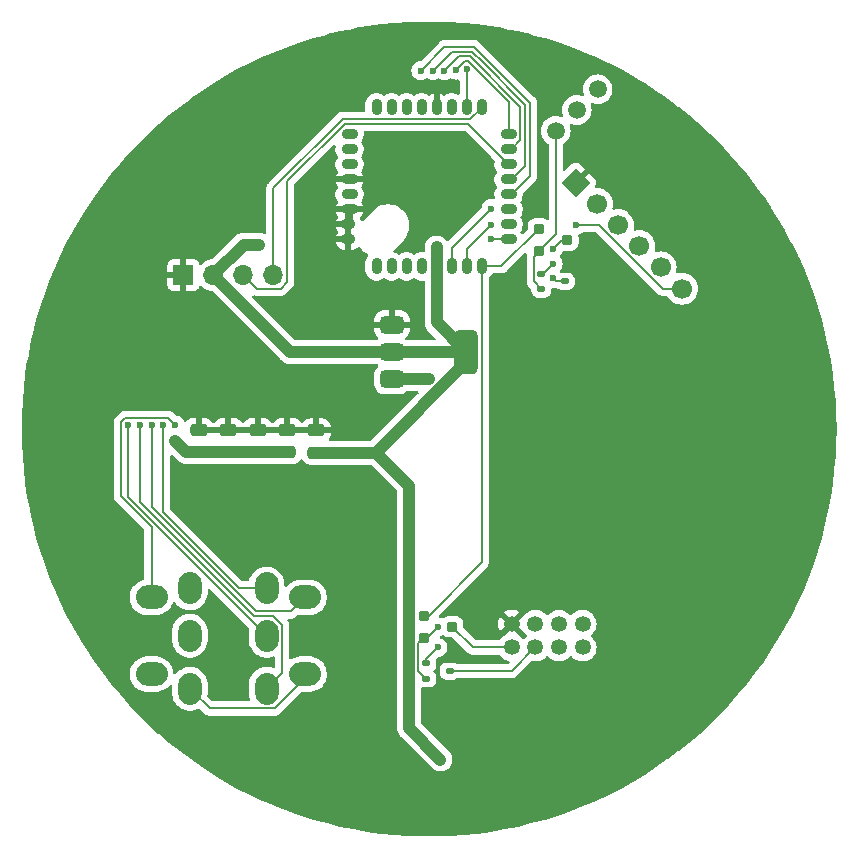
<source format=gbr>
%TF.GenerationSoftware,KiCad,Pcbnew,8.0.1*%
%TF.CreationDate,2024-05-14T23:10:40+09:00*%
%TF.ProjectId,main,6d61696e-2e6b-4696-9361-645f70636258,rev?*%
%TF.SameCoordinates,Original*%
%TF.FileFunction,Copper,L1,Top*%
%TF.FilePolarity,Positive*%
%FSLAX46Y46*%
G04 Gerber Fmt 4.6, Leading zero omitted, Abs format (unit mm)*
G04 Created by KiCad (PCBNEW 8.0.1) date 2024-05-14 23:10:40*
%MOMM*%
%LPD*%
G01*
G04 APERTURE LIST*
G04 Aperture macros list*
%AMRoundRect*
0 Rectangle with rounded corners*
0 $1 Rounding radius*
0 $2 $3 $4 $5 $6 $7 $8 $9 X,Y pos of 4 corners*
0 Add a 4 corners polygon primitive as box body*
4,1,4,$2,$3,$4,$5,$6,$7,$8,$9,$2,$3,0*
0 Add four circle primitives for the rounded corners*
1,1,$1+$1,$2,$3*
1,1,$1+$1,$4,$5*
1,1,$1+$1,$6,$7*
1,1,$1+$1,$8,$9*
0 Add four rect primitives between the rounded corners*
20,1,$1+$1,$2,$3,$4,$5,0*
20,1,$1+$1,$4,$5,$6,$7,0*
20,1,$1+$1,$6,$7,$8,$9,0*
20,1,$1+$1,$8,$9,$2,$3,0*%
%AMHorizOval*
0 Thick line with rounded ends*
0 $1 width*
0 $2 $3 position (X,Y) of the first rounded end (center of the circle)*
0 $4 $5 position (X,Y) of the second rounded end (center of the circle)*
0 Add line between two ends*
20,1,$1,$2,$3,$4,$5,0*
0 Add two circle primitives to create the rounded ends*
1,1,$1,$2,$3*
1,1,$1,$4,$5*%
%AMRotRect*
0 Rectangle, with rotation*
0 The origin of the aperture is its center*
0 $1 length*
0 $2 width*
0 $3 Rotation angle, in degrees counterclockwise*
0 Add horizontal line*
21,1,$1,$2,0,0,$3*%
G04 Aperture macros list end*
%TA.AperFunction,SMDPad,CuDef*%
%ADD10RoundRect,0.200000X-0.250000X-0.200000X0.250000X-0.200000X0.250000X0.200000X-0.250000X0.200000X0*%
%TD*%
%TA.AperFunction,ComponentPad*%
%ADD11O,2.700000X2.000000*%
%TD*%
%TA.AperFunction,SMDPad,CuDef*%
%ADD12RoundRect,0.250000X0.475000X-0.250000X0.475000X0.250000X-0.475000X0.250000X-0.475000X-0.250000X0*%
%TD*%
%TA.AperFunction,SMDPad,CuDef*%
%ADD13RoundRect,0.112500X-0.237500X0.112500X-0.237500X-0.112500X0.237500X-0.112500X0.237500X0.112500X0*%
%TD*%
%TA.AperFunction,SMDPad,CuDef*%
%ADD14O,0.900000X1.400000*%
%TD*%
%TA.AperFunction,SMDPad,CuDef*%
%ADD15O,1.400000X0.900000*%
%TD*%
%TA.AperFunction,SMDPad,CuDef*%
%ADD16O,1.200000X0.900000*%
%TD*%
%TA.AperFunction,ComponentPad*%
%ADD17O,1.700000X1.700000*%
%TD*%
%TA.AperFunction,ComponentPad*%
%ADD18R,1.700000X1.700000*%
%TD*%
%TA.AperFunction,ComponentPad*%
%ADD19C,1.350000*%
%TD*%
%TA.AperFunction,SMDPad,CuDef*%
%ADD20RoundRect,0.375000X-0.625000X-0.375000X0.625000X-0.375000X0.625000X0.375000X-0.625000X0.375000X0*%
%TD*%
%TA.AperFunction,SMDPad,CuDef*%
%ADD21RoundRect,0.500000X-0.500000X-1.400000X0.500000X-1.400000X0.500000X1.400000X-0.500000X1.400000X0*%
%TD*%
%TA.AperFunction,ComponentPad*%
%ADD22O,2.000000X2.700000*%
%TD*%
%TA.AperFunction,ComponentPad*%
%ADD23C,1.500000*%
%TD*%
%TA.AperFunction,ComponentPad*%
%ADD24RotRect,1.700000X1.700000X225.000000*%
%TD*%
%TA.AperFunction,ComponentPad*%
%ADD25HorizOval,1.700000X0.000000X0.000000X0.000000X0.000000X0*%
%TD*%
%TA.AperFunction,ViaPad*%
%ADD26C,0.600000*%
%TD*%
%TA.AperFunction,Conductor*%
%ADD27C,1.000000*%
%TD*%
%TA.AperFunction,Conductor*%
%ADD28C,0.200000*%
%TD*%
G04 APERTURE END LIST*
D10*
%TO.P,NPN,1,C*%
%TO.N,TX=main*%
X92458237Y-76991763D03*
%TO.P,NPN,2,B*%
%TO.N,UART-USB=ON*%
X92458237Y-78891763D03*
%TO.P,NPN,3,E*%
%TO.N,USB-TX=main*%
X94858237Y-77941763D03*
%TD*%
D11*
%TO.P,SW5,1,1*%
%TO.N,BTN-RIGHT*%
X59658237Y-108191763D03*
%TO.P,SW5,2,2*%
%TO.N,Net-(C10-Pad1)*%
X59658237Y-114691763D03*
%TD*%
D12*
%TO.P,C2,1*%
%TO.N,VCC*%
X66158237Y-95891763D03*
%TO.P,C2,2*%
%TO.N,GND*%
X66158237Y-93991763D03*
%TD*%
D11*
%TO.P,SW3,1,1*%
%TO.N,BTN-LEFT*%
X72658237Y-108191763D03*
%TO.P,SW3,2,2*%
%TO.N,Net-(C10-Pad1)*%
X72658237Y-114691763D03*
%TD*%
D13*
%TO.P,PNP,1,C*%
%TO.N,RX=main*%
X82908237Y-113791763D03*
%TO.P,PNP,2,B*%
%TO.N,UART-GPS=ON*%
X82908237Y-115091763D03*
%TO.P,PNP,3,E*%
%TO.N,GPS-RX=main*%
X84908237Y-114441763D03*
%TD*%
D14*
%TO.P,U1,1,DO0/PWM2*%
%TO.N,SPI-CLK*%
X78713237Y-80176763D03*
%TO.P,U1,2,DO1/PWM3*%
%TO.N,SPI-MISO*%
X79983237Y-80176763D03*
%TO.P,U1,3,DIO18/DO1*%
%TO.N,SPI-MOSI*%
X81253237Y-80176763D03*
%TO.P,U1,4,DIO19/DO2*%
%TO.N,unconnected-(U1-DIO19{slash}DO2-Pad4)*%
X82523237Y-80176763D03*
%TO.P,U1,5,VCC*%
%TO.N,+3.3V*%
X83793237Y-80176763D03*
%TO.P,U1,6,DIO4/DO3*%
%TO.N,CTS=main*%
X85063237Y-80176763D03*
%TO.P,U1,7,DIO5/PWM1*%
%TO.N,RTS=main*%
X86333237Y-80176763D03*
%TO.P,U1,8,DIO6/TX*%
%TO.N,TX=main*%
X87603237Y-80176763D03*
D15*
%TO.P,U1,9,DIO7/RX*%
%TO.N,RX=main*%
X89893237Y-77886763D03*
%TO.P,U1,10,DIO8/PWM4*%
%TO.N,unconnected-(U1-DIO8{slash}PWM4-Pad10)*%
X89893237Y-76616763D03*
%TO.P,U1,11,DIO9/DO4*%
%TO.N,unconnected-(U1-DIO9{slash}DO4-Pad11)*%
X89893237Y-75346763D03*
%TO.P,U1,12,DIO10/M1*%
%TO.N,BTN-CENTER*%
X89893237Y-74076763D03*
%TO.P,U1,13,DIO12/DI1*%
%TO.N,BTN-UP*%
X89893237Y-72806763D03*
%TO.P,U1,14,DIO14/SCL*%
%TO.N,SCL*%
X89893237Y-71536763D03*
%TO.P,U1,15,DIO13/DI2*%
%TO.N,BTN-LEFT*%
X89893237Y-70266763D03*
%TO.P,U1,16,DIO11/DI3*%
%TO.N,BTN-DOWN*%
X89893237Y-68996763D03*
D14*
%TO.P,U1,17,DIO15/SDA*%
%TO.N,SDA*%
X87603237Y-66706763D03*
%TO.P,U1,18,DIO16/DI4*%
%TO.N,BTN-RIGHT*%
X86333237Y-66706763D03*
%TO.P,U1,19,DIO17/BPS*%
%TO.N,unconnected-(U1-DIO17{slash}BPS-Pad19)*%
X85063237Y-66706763D03*
%TO.P,U1,20,GND*%
%TO.N,GND*%
X83793237Y-66706763D03*
%TO.P,U1,21,~{RESET}*%
%TO.N,unconnected-(U1-~{RESET}-Pad21)*%
X82523237Y-66706763D03*
%TO.P,U1,22,ADC2/AI3*%
%TO.N,unconnected-(U1-ADC2{slash}AI3-Pad22)*%
X81253237Y-66706763D03*
%TO.P,U1,23,ADC1/AI1*%
%TO.N,unconnected-(U1-ADC1{slash}AI1-Pad23)*%
X79983237Y-66706763D03*
%TO.P,U1,24,DIO0/AI2*%
%TO.N,unconnected-(U1-DIO0{slash}AI2-Pad24)*%
X78713237Y-66706763D03*
D15*
%TO.P,U1,25,DIO1/AI4*%
%TO.N,unconnected-(U1-DIO1{slash}AI4-Pad25)*%
X76423237Y-68996763D03*
%TO.P,U1,26,DIO2/M2*%
%TO.N,unconnected-(U1-DIO2{slash}M2-Pad26)*%
X76423237Y-70266763D03*
%TO.P,U1,27,DIO3/M3*%
%TO.N,unconnected-(U1-DIO3{slash}M3-Pad27)*%
X76423237Y-71536763D03*
%TO.P,U1,28,GND*%
%TO.N,GND*%
X76423237Y-72806763D03*
%TO.P,U1,29,NC*%
%TO.N,unconnected-(U1-NC-Pad29)*%
X76423237Y-74076763D03*
%TO.P,U1,30,GND*%
%TO.N,GND*%
X76423237Y-75346763D03*
D16*
%TO.P,U1,31,GND*%
X76323237Y-76616763D03*
%TO.P,U1,32,GND*%
X76323237Y-77886763D03*
%TD*%
D12*
%TO.P,C4,1*%
%TO.N,VCC*%
X71158237Y-95891763D03*
%TO.P,C4,2*%
%TO.N,GND*%
X71158237Y-93991763D03*
%TD*%
%TO.P,C5,1*%
%TO.N,+3.3V*%
X73600000Y-95950000D03*
%TO.P,C5,2*%
%TO.N,GND*%
X73600000Y-94050000D03*
%TD*%
D17*
%TO.P,U2,4,SDA*%
%TO.N,SDA*%
X69978237Y-80916763D03*
%TO.P,U2,3,SCL*%
%TO.N,SCL*%
X67438237Y-80916763D03*
%TO.P,U2,2,VCC*%
%TO.N,+3.3V*%
X64898237Y-80916763D03*
D18*
%TO.P,U2,1,GND*%
%TO.N,GND*%
X62358237Y-80916763D03*
%TD*%
D19*
%TO.P,U4,1,RX*%
%TO.N,GPS-TX=main*%
X90158237Y-112441763D03*
%TO.P,U4,2,GND*%
%TO.N,GND*%
X90158236Y-110441763D03*
%TO.P,U4,3,TX*%
%TO.N,GPS-RX=main*%
X92158236Y-112441763D03*
%TO.P,U4,4,BATT*%
%TO.N,unconnected-(U4-BATT-Pad4)*%
X92158237Y-110441763D03*
%TO.P,U4,5,VCC*%
%TO.N,Net-(U4-VCC)*%
X94158237Y-112441763D03*
%TO.P,U4,6,NC*%
%TO.N,unconnected-(U4-NC-Pad6)*%
X94158237Y-110441762D03*
%TO.P,U4,7,NC*%
%TO.N,unconnected-(U4-NC-Pad7)*%
X96158238Y-112441763D03*
%TO.P,U4,8,NC*%
%TO.N,unconnected-(U4-NC-Pad8)*%
X96158237Y-110441763D03*
%TD*%
D20*
%TO.P,U3,1,GND*%
%TO.N,GND*%
X80008237Y-85141763D03*
%TO.P,U3,2,VO*%
%TO.N,+3.3V*%
X80008237Y-87441763D03*
D21*
X86308237Y-87441763D03*
D20*
%TO.P,U3,3,VI*%
%TO.N,VCC*%
X80008237Y-89741763D03*
%TD*%
D22*
%TO.P,SW2,1,1*%
%TO.N,BTN-UP*%
X69408237Y-115941763D03*
%TO.P,SW2,2,2*%
%TO.N,Net-(C10-Pad1)*%
X62908237Y-115941763D03*
%TD*%
D10*
%TO.P,NPN,1,C*%
%TO.N,TX=main*%
X82708237Y-109741763D03*
%TO.P,NPN,2,B*%
%TO.N,UART-GPS=ON*%
X82708237Y-111641763D03*
%TO.P,NPN,3,E*%
%TO.N,GPS-TX=main*%
X85108237Y-110691763D03*
%TD*%
D22*
%TO.P,SW1,1,1*%
%TO.N,BTN-CENTER*%
X69408237Y-111441763D03*
%TO.P,SW1,2,2*%
%TO.N,Net-(C10-Pad1)*%
X62908237Y-111441763D03*
%TD*%
D12*
%TO.P,C1,1*%
%TO.N,VCC*%
X63658237Y-95891763D03*
%TO.P,C1,2*%
%TO.N,GND*%
X63658237Y-93991763D03*
%TD*%
D13*
%TO.P,PNP,1,C*%
%TO.N,RX=main*%
X92658237Y-80791763D03*
%TO.P,PNP,2,B*%
%TO.N,UART-USB=ON*%
X92658237Y-82091763D03*
%TO.P,PNP,3,E*%
%TO.N,USB-RX=main*%
X94658237Y-81441763D03*
%TD*%
D22*
%TO.P,SW4,1,1*%
%TO.N,BTN-DOWN*%
X69408237Y-107441763D03*
%TO.P,SW4,2,2*%
%TO.N,Net-(C10-Pad1)*%
X62908237Y-107441763D03*
%TD*%
D12*
%TO.P,C3,1*%
%TO.N,VCC*%
X68658237Y-95891763D03*
%TO.P,C3,2*%
%TO.N,GND*%
X68658237Y-93991763D03*
%TD*%
D23*
%TO.P,SW6,1,A*%
%TO.N,UART-USB=ON*%
X93890470Y-68709530D03*
%TO.P,SW6,2,B*%
%TO.N,Net-(SW6-B)*%
X95658237Y-66941763D03*
%TO.P,SW6,3,C*%
%TO.N,UART-GPS=ON*%
X97426004Y-65173996D03*
%TD*%
D24*
%TO.P,J2,1,Pin_1*%
%TO.N,GND*%
X95574517Y-73080583D03*
D25*
%TO.P,J2,2,Pin_2*%
%TO.N,CTS=main*%
X97370568Y-74876634D03*
%TO.P,J2,3,Pin_3*%
%TO.N,unconnected-(J2-Pin_3-Pad3)*%
X99166619Y-76672685D03*
%TO.P,J2,4,Pin_4*%
%TO.N,Net-(J2-Pin_4)*%
X100962671Y-78468737D03*
%TO.P,J2,5,Pin_5*%
%TO.N,Net-(J2-Pin_5)*%
X102758722Y-80264788D03*
%TO.P,J2,6,Pin_6*%
%TO.N,RTS=main*%
X104554773Y-82060839D03*
%TD*%
D26*
%TO.N,GND*%
X78858237Y-72591763D03*
X78858237Y-73991763D03*
X86058237Y-75191763D03*
X86058237Y-73991763D03*
X81658237Y-73991763D03*
X80258237Y-73991763D03*
X80258237Y-72591763D03*
X80258237Y-71191763D03*
X81658237Y-69991763D03*
X81658237Y-71191763D03*
X81658237Y-72591763D03*
X86058237Y-72591763D03*
X86058237Y-71191763D03*
X86058237Y-69991763D03*
%TO.N,VCC*%
X61658237Y-94941763D03*
X83158237Y-89741763D03*
%TO.N,+3.3V*%
X84120737Y-121941763D03*
X83793237Y-78576763D03*
X68728237Y-78329263D03*
%TO.N,CTS=main*%
X88393237Y-75286763D03*
%TO.N,USB-TX=main*%
X93658237Y-78691763D03*
%TO.N,RTS=main*%
X95593237Y-76686763D03*
X88393237Y-76686763D03*
%TO.N,USB-RX=main*%
X93658237Y-81191763D03*
%TO.N,RX=main*%
X93658237Y-79941763D03*
X83908237Y-112441763D03*
X88393237Y-77886763D03*
%TO.N,UART-GPS=ON*%
X83908237Y-110691763D03*
%TO.N,BTN-CENTER*%
X57658237Y-93591763D03*
X82458237Y-63591763D03*
%TO.N,BTN-UP*%
X58658237Y-93591763D03*
X83458237Y-63591763D03*
%TO.N,BTN-RIGHT*%
X61658237Y-93591763D03*
X86333237Y-63506763D03*
%TO.N,BTN-LEFT*%
X59658237Y-93591763D03*
X84458237Y-63591763D03*
%TO.N,BTN-DOWN*%
X85428972Y-63562498D03*
X60658237Y-93591763D03*
%TD*%
D27*
%TO.N,+3.3V*%
X71423237Y-87441763D02*
X64898237Y-80916763D01*
X80008237Y-87441763D02*
X71423237Y-87441763D01*
X80008237Y-87441763D02*
X79787957Y-87441763D01*
D28*
%TO.N,TX=main*%
X87608237Y-105241763D02*
X83108237Y-109741763D01*
X87608237Y-80181763D02*
X87608237Y-105241763D01*
X83108237Y-109741763D02*
X82708237Y-109741763D01*
X87603237Y-80176763D02*
X87608237Y-80181763D01*
D27*
%TO.N,VCC*%
X63658237Y-95891763D02*
X62608237Y-95891763D01*
X66158237Y-95891763D02*
X68658237Y-95891763D01*
X80008237Y-89741763D02*
X83158237Y-89741763D01*
X63658237Y-95891763D02*
X66158237Y-95891763D01*
X68658237Y-95891763D02*
X71158237Y-95891763D01*
X62608237Y-95891763D02*
X61658237Y-94941763D01*
%TO.N,+3.3V*%
X81458237Y-98761181D02*
X78647056Y-95950000D01*
X84120737Y-121941763D02*
X81458237Y-119279263D01*
X68728237Y-78329263D02*
X67485737Y-78329263D01*
X81458237Y-119279263D02*
X81458237Y-98761181D01*
X83793237Y-80176763D02*
X83793237Y-78576763D01*
X86308237Y-87441763D02*
X83793237Y-84926763D01*
X80008237Y-87441763D02*
X86308237Y-87441763D01*
X67485737Y-78329263D02*
X64898237Y-80916763D01*
X83793237Y-84926763D02*
X83793237Y-80176763D01*
X78647056Y-95950000D02*
X73600000Y-95950000D01*
X86308237Y-87441763D02*
X86308237Y-88288819D01*
X86308237Y-88288819D02*
X78647056Y-95950000D01*
D28*
%TO.N,CTS=main*%
X85063237Y-80176763D02*
X85063237Y-78616763D01*
X85063237Y-78616763D02*
X88393237Y-75286763D01*
%TO.N,USB-TX=main*%
X94408237Y-77941763D02*
X93658237Y-78691763D01*
X94858237Y-77941763D02*
X94408237Y-77941763D01*
%TO.N,RTS=main*%
X104554773Y-82060839D02*
X102928427Y-82060839D01*
X97554351Y-76686763D02*
X95593237Y-76686763D01*
X102928427Y-82060839D02*
X97554351Y-76686763D01*
X86333237Y-78746763D02*
X88393237Y-76686763D01*
X86333237Y-80176763D02*
X86333237Y-78746763D01*
%TO.N,USB-RX=main*%
X93908237Y-81441763D02*
X93658237Y-81191763D01*
X94658237Y-81441763D02*
X93908237Y-81441763D01*
%TO.N,RX=main*%
X92658237Y-80791763D02*
X92808237Y-80791763D01*
X88393237Y-77886763D02*
X89893237Y-77886763D01*
X82908237Y-113791763D02*
X82908237Y-113441763D01*
X82908237Y-113441763D02*
X83908237Y-112441763D01*
X92808237Y-80791763D02*
X93658237Y-79941763D01*
%TO.N,UART-USB=ON*%
X92008237Y-81441763D02*
X92658237Y-82091763D01*
X92458237Y-78891763D02*
X93890470Y-77459530D01*
X92458237Y-78891763D02*
X92008237Y-79341763D01*
X92008237Y-79341763D02*
X92008237Y-81441763D01*
X93890470Y-77459530D02*
X93890470Y-68709530D01*
%TO.N,TX=main*%
X89273237Y-80176763D02*
X92458237Y-76991763D01*
X87603237Y-80176763D02*
X89273237Y-80176763D01*
%TO.N,GPS-RX=main*%
X84908237Y-114441763D02*
X90158236Y-114441763D01*
X90158236Y-114441763D02*
X92158236Y-112441763D01*
%TO.N,UART-GPS=ON*%
X82258237Y-112091763D02*
X82708237Y-111641763D01*
X82958237Y-111641763D02*
X83908237Y-110691763D01*
X82258237Y-114441763D02*
X82258237Y-112091763D01*
X82708237Y-111641763D02*
X82958237Y-111641763D01*
X82908237Y-115091763D02*
X82258237Y-114441763D01*
%TO.N,GPS-TX=main*%
X86858237Y-112441763D02*
X90158237Y-112441763D01*
X85108237Y-110691763D02*
X86858237Y-112441763D01*
%TO.N,BTN-CENTER*%
X91693237Y-72526763D02*
X91693237Y-71491077D01*
X91693237Y-68991763D02*
X91693237Y-66321176D01*
X91693237Y-66321176D02*
X89711029Y-64338970D01*
X89711029Y-64338970D02*
X86963821Y-61591763D01*
X89893237Y-74076763D02*
X90143237Y-74076763D01*
X85692552Y-61591763D02*
X84458237Y-61591763D01*
X90143237Y-74076763D02*
X91693237Y-72526763D01*
X84458237Y-61591763D02*
X82458237Y-63591763D01*
X69408237Y-111441763D02*
X57658237Y-99691763D01*
X86963821Y-61591763D02*
X85692552Y-61591763D01*
X57658237Y-99691763D02*
X57658237Y-93591763D01*
X91693237Y-71491077D02*
X91693237Y-68991763D01*
%TO.N,Net-(C10-Pad1)*%
X72658237Y-115041763D02*
X70095235Y-117604765D01*
X72658237Y-114691763D02*
X72658237Y-115041763D01*
X64571239Y-117604765D02*
X62908237Y-115941763D01*
X70095235Y-117604765D02*
X64571239Y-117604765D01*
%TO.N,BTN-UP*%
X91293237Y-71656763D02*
X91293237Y-66486862D01*
X69946715Y-109791763D02*
X70708237Y-110553285D01*
X90143237Y-72806763D02*
X91293237Y-71656763D01*
X91293237Y-66486862D02*
X87628187Y-62821813D01*
X58658237Y-100126077D02*
X68323923Y-109791763D01*
X85858237Y-61991763D02*
X85058237Y-61991763D01*
X70708237Y-114641763D02*
X69408237Y-115941763D01*
X86798136Y-61991763D02*
X85858237Y-61991763D01*
X68323923Y-109791763D02*
X69946715Y-109791763D01*
X89893237Y-72806763D02*
X90143237Y-72806763D01*
X70708237Y-110553285D02*
X70708237Y-114641763D01*
X85058237Y-61991763D02*
X83458237Y-63591763D01*
X87628187Y-62821813D02*
X86798136Y-61991763D01*
X58658237Y-93591763D02*
X58658237Y-100126077D01*
%TO.N,BTN-RIGHT*%
X57058237Y-99657449D02*
X59658237Y-102257449D01*
X59658237Y-102257449D02*
X59658237Y-108191763D01*
X57058237Y-93343234D02*
X57058237Y-99657449D01*
X61658237Y-93591763D02*
X61058237Y-92991763D01*
X57409708Y-92991763D02*
X57058237Y-93343234D01*
X86333237Y-66706763D02*
X86333237Y-63506763D01*
X61058237Y-92991763D02*
X57409708Y-92991763D01*
%TO.N,BTN-LEFT*%
X59658237Y-100560391D02*
X59658237Y-93591763D01*
X89893237Y-70266763D02*
X90143237Y-70266763D01*
X85658237Y-62391763D02*
X84458237Y-63591763D01*
X90893237Y-66652548D02*
X86632451Y-62391763D01*
X90893237Y-69516763D02*
X90893237Y-66652548D01*
X72658237Y-108191763D02*
X71458237Y-109391763D01*
X71458237Y-109391763D02*
X68489609Y-109391763D01*
X90143237Y-70266763D02*
X90893237Y-69516763D01*
X86632451Y-62391763D02*
X85658237Y-62391763D01*
X68489609Y-109391763D02*
X59658237Y-100560391D01*
%TO.N,BTN-DOWN*%
X60658237Y-100994705D02*
X67105295Y-107441763D01*
X89893237Y-66218234D02*
X86466766Y-62791763D01*
X60658237Y-93591763D02*
X60658237Y-100994705D01*
X86199707Y-62791763D02*
X85428972Y-63562498D01*
X67105295Y-107441763D02*
X69408237Y-107441763D01*
X86466766Y-62791763D02*
X86199707Y-62791763D01*
X89893237Y-68996763D02*
X89893237Y-66218234D01*
%TO.N,SCL*%
X88893237Y-70577423D02*
X89852577Y-71536763D01*
X88893237Y-70536763D02*
X88893237Y-70577423D01*
X89852577Y-71536763D02*
X89893237Y-71536763D01*
X76002577Y-68106763D02*
X86463237Y-68106763D01*
X67438237Y-80916763D02*
X68588237Y-82066763D01*
X71128237Y-72981103D02*
X76002577Y-68106763D01*
X70590737Y-82066763D02*
X71128237Y-81529263D01*
X86463237Y-68106763D02*
X88893237Y-70536763D01*
X68588237Y-82066763D02*
X70590737Y-82066763D01*
X71128237Y-81529263D02*
X71128237Y-72981103D01*
%TO.N,SDA*%
X69978237Y-73565418D02*
X75836891Y-67706763D01*
X69978237Y-80916763D02*
X69978237Y-73565418D01*
X75836891Y-67706763D02*
X86643897Y-67706763D01*
X86643897Y-67706763D02*
X87603237Y-66747423D01*
X87603237Y-66747423D02*
X87603237Y-66706763D01*
%TD*%
%TA.AperFunction,Conductor*%
%TO.N,GND*%
G36*
X91172979Y-111102952D02*
G01*
X91206230Y-111131704D01*
X91285811Y-111237087D01*
X91409809Y-111350125D01*
X91446091Y-111409836D01*
X91444330Y-111479683D01*
X91409809Y-111533399D01*
X91285809Y-111646439D01*
X91257189Y-111684339D01*
X91201080Y-111725974D01*
X91131368Y-111730665D01*
X91070186Y-111696922D01*
X91059283Y-111684339D01*
X91030664Y-111646441D01*
X91030657Y-111646435D01*
X90869670Y-111499676D01*
X90869657Y-111499666D01*
X90857997Y-111492447D01*
X90838261Y-111470429D01*
X90835805Y-111472886D01*
X90204684Y-110841763D01*
X90210897Y-110841763D01*
X90312630Y-110814504D01*
X90403842Y-110761843D01*
X90478316Y-110687369D01*
X90530977Y-110596157D01*
X90558236Y-110494424D01*
X90558236Y-110488209D01*
X91172979Y-111102952D01*
G37*
%TD.AperFunction*%
%TA.AperFunction,Conductor*%
G36*
X86230179Y-68726948D02*
G01*
X86250821Y-68743582D01*
X88345630Y-70838391D01*
X88365337Y-70864073D01*
X88412716Y-70946137D01*
X88412718Y-70946140D01*
X88531586Y-71065008D01*
X88531592Y-71065013D01*
X88681870Y-71215291D01*
X88715355Y-71276614D01*
X88715807Y-71327162D01*
X88702549Y-71393820D01*
X88692737Y-71443148D01*
X88692737Y-71630383D01*
X88729262Y-71814006D01*
X88729264Y-71814014D01*
X88800913Y-71986991D01*
X88800921Y-71987005D01*
X88878341Y-72102873D01*
X88899219Y-72169550D01*
X88880734Y-72236930D01*
X88878341Y-72240653D01*
X88800921Y-72356520D01*
X88800913Y-72356534D01*
X88729264Y-72529511D01*
X88729262Y-72529519D01*
X88692737Y-72713142D01*
X88692737Y-72900383D01*
X88729262Y-73084006D01*
X88729264Y-73084014D01*
X88800913Y-73256991D01*
X88800921Y-73257005D01*
X88878341Y-73372873D01*
X88899219Y-73439550D01*
X88880734Y-73506930D01*
X88878341Y-73510653D01*
X88800921Y-73626520D01*
X88800913Y-73626534D01*
X88729264Y-73799511D01*
X88729262Y-73799519D01*
X88692737Y-73983142D01*
X88692737Y-73983146D01*
X88692737Y-73983147D01*
X88692737Y-74170379D01*
X88705252Y-74233295D01*
X88730144Y-74358440D01*
X88723916Y-74428032D01*
X88681052Y-74483209D01*
X88615162Y-74506453D01*
X88579638Y-74501392D01*
X88579284Y-74502945D01*
X88572486Y-74501393D01*
X88393241Y-74481198D01*
X88393233Y-74481198D01*
X88213987Y-74501393D01*
X88213982Y-74501394D01*
X88043713Y-74560974D01*
X87890974Y-74656947D01*
X87763421Y-74784500D01*
X87667447Y-74937241D01*
X87607867Y-75107513D01*
X87598074Y-75194431D01*
X87571007Y-75258845D01*
X87562535Y-75268228D01*
X84805953Y-78024810D01*
X84744630Y-78058295D01*
X84674938Y-78053311D01*
X84619005Y-78011439D01*
X84615170Y-78006019D01*
X84570379Y-77938985D01*
X84570373Y-77938977D01*
X84431022Y-77799626D01*
X84431018Y-77799623D01*
X84267157Y-77690134D01*
X84267144Y-77690127D01*
X84085076Y-77614713D01*
X84085066Y-77614710D01*
X83891780Y-77576263D01*
X83891778Y-77576263D01*
X83694696Y-77576263D01*
X83694694Y-77576263D01*
X83501407Y-77614710D01*
X83501397Y-77614713D01*
X83319329Y-77690127D01*
X83319316Y-77690134D01*
X83155455Y-77799623D01*
X83155451Y-77799626D01*
X83016100Y-77938977D01*
X83016097Y-77938981D01*
X82906608Y-78102842D01*
X82906601Y-78102855D01*
X82831187Y-78284923D01*
X82831184Y-78284933D01*
X82792737Y-78478219D01*
X82792737Y-78860153D01*
X82773052Y-78927192D01*
X82720248Y-78972947D01*
X82651090Y-78982891D01*
X82644549Y-78981771D01*
X82616854Y-78976263D01*
X82616853Y-78976263D01*
X82429621Y-78976263D01*
X82429616Y-78976263D01*
X82245993Y-79012788D01*
X82245985Y-79012790D01*
X82073008Y-79084439D01*
X82072994Y-79084447D01*
X81957127Y-79161867D01*
X81890450Y-79182745D01*
X81823070Y-79164260D01*
X81819347Y-79161867D01*
X81703479Y-79084447D01*
X81703465Y-79084439D01*
X81530488Y-79012790D01*
X81530480Y-79012788D01*
X81346857Y-78976263D01*
X81346853Y-78976263D01*
X81159621Y-78976263D01*
X81159616Y-78976263D01*
X80975993Y-79012788D01*
X80975985Y-79012790D01*
X80803008Y-79084439D01*
X80802994Y-79084447D01*
X80687127Y-79161867D01*
X80620450Y-79182745D01*
X80553070Y-79164260D01*
X80549347Y-79161867D01*
X80433479Y-79084447D01*
X80433465Y-79084439D01*
X80260488Y-79012790D01*
X80260482Y-79012788D01*
X80215281Y-79003797D01*
X80153370Y-78971412D01*
X80118796Y-78910696D01*
X80122537Y-78840926D01*
X80151792Y-78794499D01*
X81039085Y-77907206D01*
X81039093Y-77907198D01*
X81182775Y-77719949D01*
X81300785Y-77515549D01*
X81391107Y-77297493D01*
X81452194Y-77069513D01*
X81483001Y-76835510D01*
X81483001Y-76599488D01*
X81452194Y-76365485D01*
X81391107Y-76137505D01*
X81332019Y-75994854D01*
X81300790Y-75919460D01*
X81300787Y-75919454D01*
X81300785Y-75919449D01*
X81290361Y-75901394D01*
X81182778Y-75715052D01*
X81182776Y-75715048D01*
X81039092Y-75527798D01*
X81039085Y-75527790D01*
X80872210Y-75360915D01*
X80872201Y-75360907D01*
X80684951Y-75217223D01*
X80684947Y-75217221D01*
X80480561Y-75099220D01*
X80480539Y-75099209D01*
X80262493Y-75008892D01*
X80034513Y-74947805D01*
X79800521Y-74917000D01*
X79800518Y-74916999D01*
X79800512Y-74916999D01*
X79564490Y-74916999D01*
X79564484Y-74916999D01*
X79564480Y-74917000D01*
X79330488Y-74947805D01*
X79102508Y-75008892D01*
X78884462Y-75099209D01*
X78884447Y-75099216D01*
X78680050Y-75217224D01*
X78492801Y-75360907D01*
X78492792Y-75360915D01*
X77555244Y-76298463D01*
X77493921Y-76331948D01*
X77424229Y-76326964D01*
X77368296Y-76285092D01*
X77353002Y-76258234D01*
X77312785Y-76161140D01*
X77315043Y-76160204D01*
X77302989Y-76102338D01*
X77327982Y-76037091D01*
X77338910Y-76024592D01*
X77411147Y-75952356D01*
X77411150Y-75952352D01*
X77515112Y-75796763D01*
X77515117Y-75796754D01*
X77586729Y-75623866D01*
X77586730Y-75623863D01*
X77592121Y-75596763D01*
X76673237Y-75596763D01*
X76673237Y-76215763D01*
X76653552Y-76282802D01*
X76600748Y-76328557D01*
X76579909Y-76333090D01*
X76573237Y-76339763D01*
X76573237Y-78835482D01*
X76750334Y-78800256D01*
X76750342Y-78800254D01*
X76923228Y-78728643D01*
X76923237Y-78728638D01*
X77078826Y-78624676D01*
X77078830Y-78624673D01*
X77147458Y-78556044D01*
X77208780Y-78522558D01*
X77278472Y-78527542D01*
X77333516Y-78568238D01*
X77477379Y-78755724D01*
X77477385Y-78755731D01*
X77644268Y-78922614D01*
X77644275Y-78922620D01*
X77722822Y-78982891D01*
X77831523Y-79066300D01*
X77944004Y-79131241D01*
X77992220Y-79181808D01*
X78005443Y-79250415D01*
X77979475Y-79315280D01*
X77977862Y-79317287D01*
X77974936Y-79320851D01*
X77870918Y-79476525D01*
X77870913Y-79476534D01*
X77799264Y-79649511D01*
X77799262Y-79649519D01*
X77762737Y-79833142D01*
X77762737Y-80520383D01*
X77799262Y-80704006D01*
X77799264Y-80704014D01*
X77870913Y-80876991D01*
X77870918Y-80877000D01*
X77974934Y-81032670D01*
X77974937Y-81032674D01*
X78107325Y-81165062D01*
X78107329Y-81165065D01*
X78262999Y-81269081D01*
X78263005Y-81269084D01*
X78263006Y-81269085D01*
X78435986Y-81340736D01*
X78619616Y-81377262D01*
X78619620Y-81377263D01*
X78619621Y-81377263D01*
X78806854Y-81377263D01*
X78806855Y-81377262D01*
X78990488Y-81340736D01*
X79163468Y-81269085D01*
X79279346Y-81191658D01*
X79346023Y-81170780D01*
X79413404Y-81189264D01*
X79417128Y-81191658D01*
X79532999Y-81269081D01*
X79533005Y-81269084D01*
X79533006Y-81269085D01*
X79705986Y-81340736D01*
X79889616Y-81377262D01*
X79889620Y-81377263D01*
X79889621Y-81377263D01*
X80076854Y-81377263D01*
X80076855Y-81377262D01*
X80260488Y-81340736D01*
X80433468Y-81269085D01*
X80549346Y-81191658D01*
X80616023Y-81170780D01*
X80683404Y-81189264D01*
X80687128Y-81191658D01*
X80802999Y-81269081D01*
X80803005Y-81269084D01*
X80803006Y-81269085D01*
X80975986Y-81340736D01*
X81159616Y-81377262D01*
X81159620Y-81377263D01*
X81159621Y-81377263D01*
X81346854Y-81377263D01*
X81346855Y-81377262D01*
X81530488Y-81340736D01*
X81703468Y-81269085D01*
X81819346Y-81191658D01*
X81886023Y-81170780D01*
X81953404Y-81189264D01*
X81957128Y-81191658D01*
X82072999Y-81269081D01*
X82073005Y-81269084D01*
X82073006Y-81269085D01*
X82245986Y-81340736D01*
X82429616Y-81377262D01*
X82429620Y-81377263D01*
X82429621Y-81377263D01*
X82616855Y-81377263D01*
X82644545Y-81371755D01*
X82714137Y-81377982D01*
X82769314Y-81420845D01*
X82792559Y-81486734D01*
X82792737Y-81493372D01*
X82792737Y-85025304D01*
X82792737Y-85025306D01*
X82792736Y-85025306D01*
X82831184Y-85218592D01*
X82831187Y-85218602D01*
X82906601Y-85400670D01*
X82906608Y-85400683D01*
X83016097Y-85564544D01*
X83016100Y-85564548D01*
X83159774Y-85708222D01*
X83159796Y-85708242D01*
X83681136Y-86229582D01*
X83714621Y-86290905D01*
X83709637Y-86360597D01*
X83667765Y-86416530D01*
X83602301Y-86440947D01*
X83593455Y-86441263D01*
X81296161Y-86441263D01*
X81229122Y-86421578D01*
X81218488Y-86413921D01*
X81186349Y-86388087D01*
X81146433Y-86330748D01*
X81143853Y-86260926D01*
X81179431Y-86200793D01*
X81186352Y-86194796D01*
X81255603Y-86139130D01*
X81255604Y-86139129D01*
X81374844Y-85990788D01*
X81374846Y-85990785D01*
X81459405Y-85820286D01*
X81505339Y-85635587D01*
X81508237Y-85592859D01*
X81508237Y-85391763D01*
X78508237Y-85391763D01*
X78508237Y-85592859D01*
X78511134Y-85635587D01*
X78557068Y-85820286D01*
X78641627Y-85990785D01*
X78641629Y-85990788D01*
X78760867Y-86139127D01*
X78830121Y-86194794D01*
X78870040Y-86252138D01*
X78872620Y-86321960D01*
X78837042Y-86382092D01*
X78830124Y-86388087D01*
X78812457Y-86402288D01*
X78798001Y-86413908D01*
X78733420Y-86440568D01*
X78720313Y-86441263D01*
X71889020Y-86441263D01*
X71821981Y-86421578D01*
X71801339Y-86404944D01*
X70288158Y-84891763D01*
X78508237Y-84891763D01*
X79758237Y-84891763D01*
X79758237Y-83891763D01*
X80258237Y-83891763D01*
X80258237Y-84891763D01*
X81508237Y-84891763D01*
X81508237Y-84690666D01*
X81505339Y-84647938D01*
X81459405Y-84463239D01*
X81374846Y-84292740D01*
X81374844Y-84292737D01*
X81255604Y-84144396D01*
X81255603Y-84144395D01*
X81107262Y-84025155D01*
X81107259Y-84025153D01*
X80936760Y-83940594D01*
X80752061Y-83894660D01*
X80709334Y-83891763D01*
X80258237Y-83891763D01*
X79758237Y-83891763D01*
X79307140Y-83891763D01*
X79264412Y-83894660D01*
X79079713Y-83940594D01*
X78909214Y-84025153D01*
X78909211Y-84025155D01*
X78760870Y-84144395D01*
X78760869Y-84144396D01*
X78641629Y-84292737D01*
X78641627Y-84292740D01*
X78557068Y-84463239D01*
X78511134Y-84647938D01*
X78508237Y-84690666D01*
X78508237Y-84891763D01*
X70288158Y-84891763D01*
X70044333Y-84647938D01*
X68227560Y-82831166D01*
X68194076Y-82769844D01*
X68199060Y-82700152D01*
X68240932Y-82644219D01*
X68306396Y-82619802D01*
X68347984Y-82626543D01*
X68348603Y-82624236D01*
X68356451Y-82626338D01*
X68356453Y-82626340D01*
X68509180Y-82667264D01*
X68509182Y-82667264D01*
X68674891Y-82667264D01*
X68674907Y-82667263D01*
X70504068Y-82667263D01*
X70504084Y-82667264D01*
X70511680Y-82667264D01*
X70669791Y-82667264D01*
X70669794Y-82667264D01*
X70822522Y-82626340D01*
X70897656Y-82582961D01*
X70959453Y-82547283D01*
X71071257Y-82435479D01*
X71071258Y-82435477D01*
X71608757Y-81897979D01*
X71687814Y-81761048D01*
X71728738Y-81608320D01*
X71728738Y-81450205D01*
X71728738Y-81442610D01*
X71728737Y-81442592D01*
X71728737Y-78136763D01*
X75254353Y-78136763D01*
X75259743Y-78163863D01*
X75259744Y-78163866D01*
X75331356Y-78336754D01*
X75331361Y-78336763D01*
X75435323Y-78492352D01*
X75435326Y-78492356D01*
X75567643Y-78624673D01*
X75567647Y-78624676D01*
X75723236Y-78728638D01*
X75723245Y-78728643D01*
X75896131Y-78800254D01*
X75896139Y-78800256D01*
X76073237Y-78835483D01*
X76073237Y-78136763D01*
X75254353Y-78136763D01*
X71728737Y-78136763D01*
X71728737Y-77636762D01*
X75254352Y-77636762D01*
X75254353Y-77636763D01*
X76073237Y-77636763D01*
X76073237Y-76866763D01*
X75254353Y-76866763D01*
X75259743Y-76893863D01*
X75259744Y-76893866D01*
X75331356Y-77066754D01*
X75331361Y-77066763D01*
X75408943Y-77182872D01*
X75429821Y-77249550D01*
X75411336Y-77316930D01*
X75408943Y-77320654D01*
X75331361Y-77436762D01*
X75331356Y-77436771D01*
X75259744Y-77609659D01*
X75259743Y-77609662D01*
X75254352Y-77636762D01*
X71728737Y-77636762D01*
X71728737Y-76366762D01*
X75254352Y-76366762D01*
X75254353Y-76366763D01*
X76073237Y-76366763D01*
X76073237Y-75747763D01*
X76092922Y-75680724D01*
X76145726Y-75634969D01*
X76166564Y-75630435D01*
X76173237Y-75623763D01*
X76173237Y-75596763D01*
X75254353Y-75596763D01*
X75259743Y-75623863D01*
X75259744Y-75623866D01*
X75331356Y-75796754D01*
X75331361Y-75796763D01*
X75408943Y-75912872D01*
X75429821Y-75979550D01*
X75411336Y-76046930D01*
X75408943Y-76050654D01*
X75331361Y-76166762D01*
X75331356Y-76166771D01*
X75259744Y-76339659D01*
X75259743Y-76339662D01*
X75254352Y-76366762D01*
X71728737Y-76366762D01*
X71728737Y-74170383D01*
X75222737Y-74170383D01*
X75259262Y-74354006D01*
X75259264Y-74354014D01*
X75330913Y-74526991D01*
X75330918Y-74527000D01*
X75408642Y-74643322D01*
X75429520Y-74710000D01*
X75411035Y-74777380D01*
X75408642Y-74781104D01*
X75331361Y-74896762D01*
X75331356Y-74896771D01*
X75259744Y-75069659D01*
X75259743Y-75069662D01*
X75254352Y-75096762D01*
X75254353Y-75096763D01*
X77592121Y-75096763D01*
X77592121Y-75096762D01*
X77586730Y-75069662D01*
X77586729Y-75069659D01*
X77515117Y-74896771D01*
X77515112Y-74896762D01*
X77437831Y-74781104D01*
X77416953Y-74714427D01*
X77435437Y-74647047D01*
X77437831Y-74643322D01*
X77515555Y-74527000D01*
X77515555Y-74526999D01*
X77515559Y-74526994D01*
X77587210Y-74354014D01*
X77623737Y-74170379D01*
X77623737Y-73983147D01*
X77587210Y-73799512D01*
X77515559Y-73626532D01*
X77515558Y-73626531D01*
X77515555Y-73626525D01*
X77437831Y-73510203D01*
X77416953Y-73443525D01*
X77435438Y-73376145D01*
X77437831Y-73372420D01*
X77515115Y-73256757D01*
X77515117Y-73256754D01*
X77586729Y-73083866D01*
X77586730Y-73083863D01*
X77592121Y-73056763D01*
X75254353Y-73056763D01*
X75259743Y-73083863D01*
X75259744Y-73083866D01*
X75331356Y-73256754D01*
X75331361Y-73256763D01*
X75408642Y-73372422D01*
X75429520Y-73439100D01*
X75411035Y-73506480D01*
X75408642Y-73510204D01*
X75330918Y-73626525D01*
X75330913Y-73626534D01*
X75259264Y-73799511D01*
X75259262Y-73799519D01*
X75222737Y-73983142D01*
X75222737Y-74170383D01*
X71728737Y-74170383D01*
X71728737Y-73281199D01*
X71748422Y-73214160D01*
X71765051Y-73193523D01*
X75042277Y-69916296D01*
X75103598Y-69882813D01*
X75173290Y-69887797D01*
X75229223Y-69929669D01*
X75253640Y-69995133D01*
X75251574Y-70028169D01*
X75222737Y-70173148D01*
X75222737Y-70360383D01*
X75259262Y-70544006D01*
X75259264Y-70544014D01*
X75330913Y-70716991D01*
X75330921Y-70717005D01*
X75408341Y-70832873D01*
X75429219Y-70899550D01*
X75410734Y-70966930D01*
X75408341Y-70970653D01*
X75330921Y-71086520D01*
X75330913Y-71086534D01*
X75259264Y-71259511D01*
X75259262Y-71259519D01*
X75222737Y-71443142D01*
X75222737Y-71630383D01*
X75259262Y-71814006D01*
X75259264Y-71814014D01*
X75330913Y-71986991D01*
X75330918Y-71987000D01*
X75408642Y-72103322D01*
X75429520Y-72170000D01*
X75411035Y-72237380D01*
X75408642Y-72241104D01*
X75331361Y-72356762D01*
X75331356Y-72356771D01*
X75259744Y-72529659D01*
X75259743Y-72529662D01*
X75254352Y-72556762D01*
X75254353Y-72556763D01*
X77592121Y-72556763D01*
X77592121Y-72556762D01*
X77586730Y-72529662D01*
X77586729Y-72529659D01*
X77515117Y-72356771D01*
X77515112Y-72356762D01*
X77437831Y-72241104D01*
X77416953Y-72174427D01*
X77435437Y-72107047D01*
X77437831Y-72103322D01*
X77515555Y-71987000D01*
X77515555Y-71986999D01*
X77515559Y-71986994D01*
X77587210Y-71814014D01*
X77623737Y-71630379D01*
X77623737Y-71443147D01*
X77587210Y-71259512D01*
X77515559Y-71086532D01*
X77515558Y-71086531D01*
X77515555Y-71086525D01*
X77438132Y-70970654D01*
X77417254Y-70903977D01*
X77435738Y-70836596D01*
X77438132Y-70832872D01*
X77515555Y-70717000D01*
X77515555Y-70716999D01*
X77515559Y-70716994D01*
X77587210Y-70544014D01*
X77623737Y-70360379D01*
X77623737Y-70173147D01*
X77587210Y-69989512D01*
X77515559Y-69816532D01*
X77515558Y-69816531D01*
X77515555Y-69816525D01*
X77438132Y-69700654D01*
X77417254Y-69633977D01*
X77435738Y-69566596D01*
X77438132Y-69562872D01*
X77515555Y-69447000D01*
X77515555Y-69446999D01*
X77515559Y-69446994D01*
X77587210Y-69274014D01*
X77623737Y-69090379D01*
X77623737Y-68903147D01*
X77623657Y-68902749D01*
X77614251Y-68855454D01*
X77620478Y-68785862D01*
X77663342Y-68730685D01*
X77729231Y-68707441D01*
X77735868Y-68707263D01*
X86163140Y-68707263D01*
X86230179Y-68726948D01*
G37*
%TD.AperFunction*%
%TA.AperFunction,Conductor*%
G36*
X83743016Y-59447254D02*
G01*
X84903515Y-59486472D01*
X84907688Y-59486683D01*
X86066260Y-59565077D01*
X86070328Y-59565421D01*
X87196498Y-59679941D01*
X87225600Y-59682901D01*
X87229761Y-59683395D01*
X88380374Y-59839821D01*
X88384490Y-59840453D01*
X89529145Y-60035648D01*
X89533192Y-60036408D01*
X90670674Y-60270166D01*
X90674739Y-60271074D01*
X91803638Y-60543107D01*
X91807597Y-60544132D01*
X92926677Y-60854141D01*
X92930661Y-60855318D01*
X94038607Y-61202938D01*
X94042550Y-61204248D01*
X95138157Y-61589102D01*
X95142019Y-61590533D01*
X95980366Y-61917227D01*
X96223958Y-62012153D01*
X96227834Y-62013739D01*
X97294960Y-62471679D01*
X97298691Y-62473355D01*
X98338825Y-62961947D01*
X98349710Y-62967060D01*
X98353464Y-62968901D01*
X99387228Y-63497831D01*
X99390857Y-63499766D01*
X100406180Y-64063317D01*
X100409756Y-64065381D01*
X100929259Y-64377132D01*
X101405438Y-64662884D01*
X101408991Y-64665099D01*
X102383931Y-65295894D01*
X102387338Y-65298181D01*
X103181381Y-65850851D01*
X103340424Y-65961548D01*
X103343816Y-65963996D01*
X104077616Y-66512433D01*
X104273915Y-66659145D01*
X104277214Y-66661699D01*
X105183301Y-67387863D01*
X105186516Y-67390530D01*
X105857796Y-67966804D01*
X106067579Y-68146897D01*
X106070711Y-68149679D01*
X106917166Y-68927507D01*
X106925694Y-68935343D01*
X106928723Y-68938221D01*
X107756756Y-69752386D01*
X107759647Y-69755327D01*
X108111281Y-70125245D01*
X108559661Y-70596941D01*
X108562495Y-70600025D01*
X108666402Y-70717005D01*
X109320631Y-71453547D01*
X109333610Y-71468158D01*
X109336327Y-71471322D01*
X109620607Y-71814014D01*
X110077727Y-72365060D01*
X110080346Y-72368329D01*
X110791084Y-73286527D01*
X110793592Y-73289882D01*
X111195893Y-73847553D01*
X111428778Y-74170380D01*
X111472938Y-74231594D01*
X111475329Y-74235029D01*
X112064012Y-75112042D01*
X112122478Y-75199143D01*
X112124745Y-75202648D01*
X112736739Y-76184501D01*
X112738978Y-76188092D01*
X112741124Y-76191669D01*
X113284991Y-77133673D01*
X113321705Y-77197264D01*
X113323736Y-77200923D01*
X113837133Y-78163866D01*
X113870032Y-78225571D01*
X113871932Y-78229285D01*
X114360987Y-79226289D01*
X114383310Y-79271798D01*
X114385088Y-79275583D01*
X114442983Y-79404444D01*
X114860971Y-80334790D01*
X114862622Y-80338639D01*
X115302441Y-81413266D01*
X115303962Y-81417169D01*
X115707243Y-82506064D01*
X115708631Y-82510016D01*
X116074901Y-83611890D01*
X116076155Y-83615887D01*
X116405001Y-84729505D01*
X116406120Y-84733541D01*
X116697176Y-85857665D01*
X116698157Y-85861737D01*
X116951074Y-86995025D01*
X116951917Y-86999128D01*
X117166415Y-88140310D01*
X117167119Y-88144439D01*
X117342953Y-89292220D01*
X117343517Y-89296370D01*
X117480483Y-90449418D01*
X117480907Y-90453586D01*
X117578852Y-91610617D01*
X117579135Y-91614795D01*
X117637949Y-92774494D01*
X117638090Y-92778681D01*
X117657701Y-93939669D01*
X117657701Y-93943857D01*
X117638090Y-95104844D01*
X117637949Y-95109031D01*
X117579135Y-96268730D01*
X117578852Y-96272908D01*
X117480907Y-97429939D01*
X117480483Y-97434107D01*
X117343517Y-98587155D01*
X117342953Y-98591305D01*
X117167119Y-99739086D01*
X117166415Y-99743215D01*
X116951917Y-100884397D01*
X116951074Y-100888500D01*
X116698157Y-102021788D01*
X116697176Y-102025860D01*
X116406120Y-103149984D01*
X116405001Y-103154020D01*
X116076155Y-104267638D01*
X116074901Y-104271635D01*
X115708631Y-105373509D01*
X115707243Y-105377461D01*
X115303962Y-106466356D01*
X115302441Y-106470259D01*
X114862622Y-107544886D01*
X114860971Y-107548735D01*
X114385091Y-108607936D01*
X114383310Y-108611727D01*
X113871940Y-109654225D01*
X113870032Y-109657954D01*
X113323738Y-110682599D01*
X113321705Y-110686261D01*
X112741133Y-111691841D01*
X112738978Y-111695433D01*
X112124753Y-112680866D01*
X112122478Y-112684382D01*
X111475331Y-113648493D01*
X111472938Y-113651931D01*
X110793592Y-114593643D01*
X110791084Y-114596998D01*
X110080346Y-115515196D01*
X110077727Y-115518465D01*
X109336339Y-116412189D01*
X109333610Y-116415367D01*
X108562495Y-117283500D01*
X108559661Y-117286584D01*
X107759670Y-118128175D01*
X107756734Y-118131162D01*
X106928730Y-118945297D01*
X106925694Y-118948182D01*
X106070711Y-119733846D01*
X106067579Y-119736628D01*
X105186525Y-120492988D01*
X105183301Y-120495662D01*
X104277227Y-121221816D01*
X104273915Y-121224380D01*
X103343821Y-121919526D01*
X103340424Y-121921977D01*
X102387373Y-122585320D01*
X102383896Y-122587654D01*
X101408993Y-123218425D01*
X101405438Y-123220641D01*
X100409781Y-123818129D01*
X100406154Y-123820223D01*
X99390891Y-124383741D01*
X99387194Y-124385712D01*
X98353470Y-124914621D01*
X98349710Y-124916465D01*
X97298736Y-125410149D01*
X97294915Y-125411866D01*
X96227834Y-125869786D01*
X96223958Y-125871372D01*
X95142052Y-126292980D01*
X95138124Y-126294435D01*
X94042566Y-126679271D01*
X94038591Y-126680592D01*
X92930678Y-127028202D01*
X92926661Y-127029388D01*
X91807645Y-127339380D01*
X91803590Y-127340430D01*
X90674751Y-127612448D01*
X90670663Y-127613361D01*
X89533226Y-127847110D01*
X89529110Y-127847883D01*
X88384503Y-128043070D01*
X88380362Y-128043705D01*
X87229759Y-128200130D01*
X87225600Y-128200624D01*
X86070381Y-128318099D01*
X86066207Y-128318452D01*
X84907693Y-128396841D01*
X84903510Y-128397053D01*
X83743017Y-128436271D01*
X83738829Y-128436342D01*
X82577645Y-128436342D01*
X82573457Y-128436271D01*
X81412963Y-128397053D01*
X81408780Y-128396841D01*
X80250266Y-128318452D01*
X80246092Y-128318099D01*
X79090873Y-128200624D01*
X79086714Y-128200130D01*
X77936111Y-128043705D01*
X77931970Y-128043070D01*
X76787363Y-127847883D01*
X76783247Y-127847110D01*
X75645810Y-127613361D01*
X75641722Y-127612448D01*
X74512883Y-127340430D01*
X74508828Y-127339380D01*
X73389812Y-127029388D01*
X73385795Y-127028202D01*
X72277882Y-126680592D01*
X72273907Y-126679271D01*
X71178349Y-126294435D01*
X71174421Y-126292980D01*
X70092515Y-125871372D01*
X70088639Y-125869786D01*
X69352115Y-125553719D01*
X69021540Y-125411858D01*
X69017755Y-125410157D01*
X68311222Y-125078271D01*
X67966763Y-124916465D01*
X67963003Y-124914621D01*
X66929279Y-124385712D01*
X66925595Y-124383748D01*
X65910312Y-123820218D01*
X65906692Y-123818129D01*
X64911035Y-123220641D01*
X64907480Y-123218425D01*
X64421226Y-122903814D01*
X63932556Y-122587640D01*
X63929122Y-122585334D01*
X62976049Y-121921977D01*
X62972652Y-121919526D01*
X62042558Y-121224380D01*
X62039246Y-121221816D01*
X61133172Y-120495662D01*
X61129948Y-120492988D01*
X60248894Y-119736628D01*
X60245762Y-119733846D01*
X59390779Y-118948182D01*
X59387743Y-118945297D01*
X59342854Y-118901160D01*
X58559716Y-118131139D01*
X58556826Y-118128198D01*
X57756812Y-117286584D01*
X57753978Y-117283500D01*
X57384698Y-116867759D01*
X56982847Y-116415348D01*
X56980150Y-116412207D01*
X56238746Y-115518465D01*
X56236127Y-115515196D01*
X55525389Y-114596998D01*
X55522881Y-114593643D01*
X55287496Y-114267352D01*
X54843524Y-113651916D01*
X54841142Y-113648493D01*
X54821320Y-113618962D01*
X54193978Y-112684356D01*
X54191737Y-112680892D01*
X53711149Y-111909860D01*
X61407737Y-111909860D01*
X61444683Y-112143131D01*
X61517670Y-112367759D01*
X61555379Y-112441766D01*
X61624894Y-112578196D01*
X61763720Y-112769273D01*
X61930727Y-112936280D01*
X62121804Y-113075106D01*
X62154050Y-113091536D01*
X62332240Y-113182329D01*
X62332242Y-113182329D01*
X62332245Y-113182331D01*
X62452649Y-113221452D01*
X62556868Y-113255316D01*
X62790140Y-113292263D01*
X62790145Y-113292263D01*
X63026334Y-113292263D01*
X63259605Y-113255316D01*
X63309888Y-113238978D01*
X63484229Y-113182331D01*
X63694670Y-113075106D01*
X63885747Y-112936280D01*
X64052754Y-112769273D01*
X64191580Y-112578196D01*
X64298805Y-112367755D01*
X64371790Y-112143131D01*
X64379850Y-112092241D01*
X64408737Y-111909860D01*
X64408737Y-110973665D01*
X64371790Y-110740394D01*
X64298803Y-110515766D01*
X64221763Y-110364567D01*
X64191580Y-110305330D01*
X64052754Y-110114253D01*
X63885747Y-109947246D01*
X63694670Y-109808420D01*
X63673584Y-109797676D01*
X63484233Y-109701196D01*
X63259605Y-109628209D01*
X63026334Y-109591263D01*
X63026329Y-109591263D01*
X62790145Y-109591263D01*
X62790140Y-109591263D01*
X62556868Y-109628209D01*
X62332240Y-109701196D01*
X62121803Y-109808420D01*
X62033906Y-109872282D01*
X61930727Y-109947246D01*
X61930725Y-109947248D01*
X61930724Y-109947248D01*
X61763722Y-110114250D01*
X61763722Y-110114251D01*
X61763720Y-110114253D01*
X61758322Y-110121683D01*
X61624894Y-110305329D01*
X61517670Y-110515766D01*
X61444683Y-110740394D01*
X61407737Y-110973665D01*
X61407737Y-111909860D01*
X53711149Y-111909860D01*
X53577475Y-111695400D01*
X53575360Y-111691874D01*
X52994755Y-110686238D01*
X52992748Y-110682623D01*
X52446421Y-109657916D01*
X52444552Y-109654263D01*
X51933148Y-108611696D01*
X51931397Y-108607968D01*
X51455501Y-107548732D01*
X51453851Y-107544886D01*
X51396734Y-107405329D01*
X51014020Y-106470229D01*
X51012523Y-106466387D01*
X50609227Y-105377452D01*
X50607842Y-105373509D01*
X50537770Y-105162706D01*
X50241558Y-104271591D01*
X50240326Y-104267666D01*
X49911467Y-103154005D01*
X49910361Y-103150015D01*
X49619293Y-102025844D01*
X49618316Y-102021788D01*
X49365399Y-100888500D01*
X49364556Y-100884397D01*
X49328883Y-100694608D01*
X49150055Y-99743200D01*
X49149354Y-99739086D01*
X49148958Y-99736503D01*
X56457735Y-99736503D01*
X56498660Y-99889234D01*
X56527595Y-99939349D01*
X56527596Y-99939353D01*
X56527597Y-99939353D01*
X56577716Y-100026163D01*
X56577718Y-100026166D01*
X56696586Y-100145034D01*
X56696592Y-100145039D01*
X59021418Y-102469865D01*
X59054903Y-102531188D01*
X59057737Y-102557546D01*
X59057737Y-106606328D01*
X59038052Y-106673367D01*
X58985248Y-106719122D01*
X58961413Y-106726309D01*
X58961597Y-106727075D01*
X58956868Y-106728209D01*
X58732240Y-106801196D01*
X58521803Y-106908420D01*
X58432002Y-106973665D01*
X58330727Y-107047246D01*
X58330725Y-107047248D01*
X58330724Y-107047248D01*
X58163722Y-107214250D01*
X58163722Y-107214251D01*
X58163720Y-107214253D01*
X58117923Y-107277287D01*
X58024894Y-107405329D01*
X57917670Y-107615766D01*
X57844683Y-107840394D01*
X57807737Y-108073665D01*
X57807737Y-108309860D01*
X57844683Y-108543131D01*
X57917670Y-108767759D01*
X58003535Y-108936277D01*
X58024894Y-108978196D01*
X58163720Y-109169273D01*
X58330727Y-109336280D01*
X58521804Y-109475106D01*
X58621228Y-109525765D01*
X58732240Y-109582329D01*
X58732242Y-109582329D01*
X58732245Y-109582331D01*
X58852649Y-109621452D01*
X58956868Y-109655316D01*
X59190140Y-109692263D01*
X59190145Y-109692263D01*
X60126334Y-109692263D01*
X60359605Y-109655316D01*
X60386922Y-109646440D01*
X60584229Y-109582331D01*
X60794670Y-109475106D01*
X60985747Y-109336280D01*
X61152754Y-109169273D01*
X61291580Y-108978196D01*
X61398805Y-108767755D01*
X61436026Y-108653200D01*
X61475462Y-108595527D01*
X61539821Y-108568328D01*
X61608667Y-108580243D01*
X61654274Y-108618634D01*
X61763720Y-108769273D01*
X61930727Y-108936280D01*
X62121804Y-109075106D01*
X62221228Y-109125765D01*
X62332240Y-109182329D01*
X62332242Y-109182329D01*
X62332245Y-109182331D01*
X62452649Y-109221452D01*
X62556868Y-109255316D01*
X62790140Y-109292263D01*
X62790145Y-109292263D01*
X63026334Y-109292263D01*
X63259605Y-109255316D01*
X63484229Y-109182331D01*
X63694670Y-109075106D01*
X63885747Y-108936280D01*
X64052754Y-108769273D01*
X64191580Y-108578196D01*
X64298805Y-108367755D01*
X64371790Y-108143131D01*
X64408737Y-107909860D01*
X64408737Y-107590860D01*
X64428422Y-107523821D01*
X64481226Y-107478066D01*
X64550384Y-107468122D01*
X64613940Y-107497147D01*
X64620418Y-107503179D01*
X67888105Y-110770866D01*
X67921590Y-110832189D01*
X67922898Y-110877944D01*
X67907737Y-110973671D01*
X67907737Y-111909860D01*
X67944683Y-112143131D01*
X68017670Y-112367759D01*
X68055379Y-112441766D01*
X68124894Y-112578196D01*
X68263720Y-112769273D01*
X68430727Y-112936280D01*
X68621804Y-113075106D01*
X68654050Y-113091536D01*
X68832240Y-113182329D01*
X68832242Y-113182329D01*
X68832245Y-113182331D01*
X68952649Y-113221452D01*
X69056868Y-113255316D01*
X69290140Y-113292263D01*
X69290145Y-113292263D01*
X69526334Y-113292263D01*
X69759605Y-113255316D01*
X69815717Y-113237084D01*
X69945419Y-113194940D01*
X70015259Y-113192946D01*
X70075092Y-113229026D01*
X70105921Y-113291727D01*
X70107737Y-113312872D01*
X70107737Y-114070653D01*
X70088052Y-114137692D01*
X70035248Y-114183447D01*
X69966090Y-114193391D01*
X69945419Y-114188584D01*
X69759607Y-114128210D01*
X69526334Y-114091263D01*
X69526329Y-114091263D01*
X69290145Y-114091263D01*
X69290140Y-114091263D01*
X69056868Y-114128209D01*
X68832240Y-114201196D01*
X68621803Y-114308420D01*
X68512787Y-114387625D01*
X68430727Y-114447246D01*
X68430725Y-114447248D01*
X68430724Y-114447248D01*
X68263722Y-114614250D01*
X68263722Y-114614251D01*
X68263720Y-114614253D01*
X68204099Y-114696313D01*
X68124894Y-114805329D01*
X68017670Y-115015766D01*
X67944683Y-115240394D01*
X67907737Y-115473665D01*
X67907737Y-116409860D01*
X67944683Y-116643131D01*
X67979048Y-116748894D01*
X68009284Y-116841948D01*
X68011279Y-116911787D01*
X67975199Y-116971620D01*
X67912499Y-117002449D01*
X67891353Y-117004265D01*
X64871336Y-117004265D01*
X64804297Y-116984580D01*
X64783655Y-116967946D01*
X64428367Y-116612658D01*
X64394882Y-116551335D01*
X64393575Y-116505583D01*
X64408737Y-116409855D01*
X64408737Y-115473671D01*
X64408737Y-115473665D01*
X64371790Y-115240394D01*
X64333099Y-115121316D01*
X64298805Y-115015771D01*
X64298803Y-115015768D01*
X64298803Y-115015766D01*
X64230956Y-114882610D01*
X64191580Y-114805330D01*
X64052754Y-114614253D01*
X63885747Y-114447246D01*
X63694670Y-114308420D01*
X63644704Y-114282961D01*
X63484233Y-114201196D01*
X63259605Y-114128209D01*
X63026334Y-114091263D01*
X63026329Y-114091263D01*
X62790145Y-114091263D01*
X62790140Y-114091263D01*
X62556868Y-114128209D01*
X62332240Y-114201196D01*
X62121803Y-114308420D01*
X62012787Y-114387625D01*
X61930727Y-114447246D01*
X61930725Y-114447248D01*
X61930724Y-114447248D01*
X61763721Y-114614251D01*
X61763720Y-114614253D01*
X61737084Y-114650915D01*
X61733055Y-114656460D01*
X61677724Y-114699125D01*
X61608111Y-114705104D01*
X61546316Y-114672498D01*
X61511959Y-114611659D01*
X61508737Y-114583574D01*
X61508737Y-114573665D01*
X61471790Y-114340394D01*
X61409813Y-114149650D01*
X61398805Y-114115771D01*
X61398803Y-114115768D01*
X61398803Y-114115766D01*
X61291579Y-113905329D01*
X61245032Y-113841263D01*
X61152754Y-113714253D01*
X60985747Y-113547246D01*
X60794670Y-113408420D01*
X60794668Y-113408419D01*
X60584233Y-113301196D01*
X60359605Y-113228209D01*
X60126334Y-113191263D01*
X60126329Y-113191263D01*
X59190145Y-113191263D01*
X59190140Y-113191263D01*
X58956868Y-113228209D01*
X58732240Y-113301196D01*
X58521803Y-113408420D01*
X58430703Y-113474609D01*
X58330727Y-113547246D01*
X58330725Y-113547248D01*
X58330724Y-113547248D01*
X58163722Y-113714250D01*
X58163722Y-113714251D01*
X58163720Y-113714253D01*
X58160273Y-113718998D01*
X58024894Y-113905329D01*
X57917670Y-114115766D01*
X57844683Y-114340394D01*
X57807737Y-114573665D01*
X57807737Y-114809860D01*
X57844683Y-115043131D01*
X57917670Y-115267759D01*
X58022585Y-115473665D01*
X58024894Y-115478196D01*
X58163720Y-115669273D01*
X58330727Y-115836280D01*
X58521804Y-115975106D01*
X58621228Y-116025765D01*
X58732240Y-116082329D01*
X58732242Y-116082329D01*
X58732245Y-116082331D01*
X58852649Y-116121452D01*
X58956868Y-116155316D01*
X59190140Y-116192263D01*
X59190145Y-116192263D01*
X60126334Y-116192263D01*
X60359605Y-116155316D01*
X60584229Y-116082331D01*
X60794670Y-115975106D01*
X60985747Y-115836280D01*
X61152754Y-115669273D01*
X61183419Y-115627065D01*
X61238748Y-115584400D01*
X61308362Y-115578421D01*
X61370157Y-115611026D01*
X61404514Y-115671865D01*
X61407737Y-115699951D01*
X61407737Y-116409860D01*
X61444683Y-116643131D01*
X61517670Y-116867759D01*
X61577194Y-116984580D01*
X61624894Y-117078196D01*
X61763720Y-117269273D01*
X61930727Y-117436280D01*
X62121804Y-117575106D01*
X62221228Y-117625765D01*
X62332240Y-117682329D01*
X62332242Y-117682329D01*
X62332245Y-117682331D01*
X62452649Y-117721452D01*
X62556868Y-117755316D01*
X62790140Y-117792263D01*
X62790145Y-117792263D01*
X63026334Y-117792263D01*
X63259605Y-117755316D01*
X63484229Y-117682331D01*
X63612860Y-117616789D01*
X63681526Y-117603894D01*
X63746266Y-117630170D01*
X63756833Y-117639594D01*
X64086378Y-117969139D01*
X64086388Y-117969150D01*
X64090718Y-117973480D01*
X64090719Y-117973481D01*
X64202523Y-118085285D01*
X64279467Y-118129708D01*
X64339454Y-118164342D01*
X64492182Y-118205266D01*
X64492185Y-118205266D01*
X64657892Y-118205266D01*
X64657908Y-118205265D01*
X70008566Y-118205265D01*
X70008582Y-118205266D01*
X70016178Y-118205266D01*
X70174289Y-118205266D01*
X70174292Y-118205266D01*
X70327020Y-118164342D01*
X70387007Y-118129708D01*
X70463951Y-118085285D01*
X70575755Y-117973481D01*
X70575755Y-117973479D01*
X70585959Y-117963276D01*
X70585962Y-117963271D01*
X72320653Y-116228582D01*
X72381976Y-116195097D01*
X72408334Y-116192263D01*
X73126334Y-116192263D01*
X73359605Y-116155316D01*
X73584229Y-116082331D01*
X73794670Y-115975106D01*
X73985747Y-115836280D01*
X74152754Y-115669273D01*
X74291580Y-115478196D01*
X74398805Y-115267755D01*
X74471790Y-115043131D01*
X74482992Y-114972405D01*
X74508737Y-114809860D01*
X74508737Y-114573665D01*
X74471790Y-114340394D01*
X74409813Y-114149650D01*
X74398805Y-114115771D01*
X74398803Y-114115768D01*
X74398803Y-114115766D01*
X74291579Y-113905329D01*
X74245032Y-113841263D01*
X74152754Y-113714253D01*
X73985747Y-113547246D01*
X73794670Y-113408420D01*
X73794668Y-113408419D01*
X73584233Y-113301196D01*
X73359605Y-113228209D01*
X73126334Y-113191263D01*
X73126329Y-113191263D01*
X72190145Y-113191263D01*
X72190140Y-113191263D01*
X71956868Y-113228209D01*
X71732240Y-113301196D01*
X71521804Y-113408419D01*
X71505622Y-113420177D01*
X71439815Y-113443656D01*
X71371761Y-113427830D01*
X71323067Y-113377724D01*
X71308737Y-113319858D01*
X71308737Y-110642345D01*
X71308738Y-110642332D01*
X71308738Y-110474229D01*
X71308738Y-110474228D01*
X71267814Y-110321501D01*
X71212007Y-110224840D01*
X71185116Y-110178262D01*
X71168644Y-110110362D01*
X71191497Y-110044335D01*
X71246419Y-110001145D01*
X71292504Y-109992263D01*
X71371568Y-109992263D01*
X71371584Y-109992264D01*
X71379180Y-109992264D01*
X71537291Y-109992264D01*
X71537294Y-109992264D01*
X71690022Y-109951340D01*
X71740141Y-109922402D01*
X71826953Y-109872283D01*
X71938757Y-109760479D01*
X71938757Y-109760477D01*
X71948965Y-109750270D01*
X71948967Y-109750267D01*
X71987342Y-109711891D01*
X72048663Y-109678408D01*
X72094415Y-109677101D01*
X72140121Y-109684340D01*
X72190141Y-109692263D01*
X72190145Y-109692263D01*
X73126334Y-109692263D01*
X73359605Y-109655316D01*
X73386922Y-109646440D01*
X73584229Y-109582331D01*
X73794670Y-109475106D01*
X73985747Y-109336280D01*
X74152754Y-109169273D01*
X74291580Y-108978196D01*
X74398805Y-108767755D01*
X74471790Y-108543131D01*
X74508737Y-108309860D01*
X74508737Y-108073665D01*
X74471790Y-107840394D01*
X74437926Y-107736175D01*
X74398805Y-107615771D01*
X74398803Y-107615768D01*
X74398803Y-107615766D01*
X74291579Y-107405329D01*
X74152754Y-107214253D01*
X73985747Y-107047246D01*
X73794670Y-106908420D01*
X73584233Y-106801196D01*
X73359605Y-106728209D01*
X73126334Y-106691263D01*
X73126329Y-106691263D01*
X72190145Y-106691263D01*
X72190140Y-106691263D01*
X71956868Y-106728209D01*
X71732240Y-106801196D01*
X71521803Y-106908420D01*
X71432002Y-106973665D01*
X71330727Y-107047246D01*
X71330725Y-107047248D01*
X71330724Y-107047248D01*
X71163721Y-107214251D01*
X71133055Y-107256460D01*
X71077724Y-107299125D01*
X71008111Y-107305104D01*
X70946316Y-107272498D01*
X70911959Y-107211659D01*
X70908737Y-107183574D01*
X70908737Y-106973665D01*
X70871790Y-106740394D01*
X70798803Y-106515766D01*
X70691579Y-106305329D01*
X70552754Y-106114253D01*
X70385747Y-105947246D01*
X70194670Y-105808420D01*
X69984233Y-105701196D01*
X69759605Y-105628209D01*
X69526334Y-105591263D01*
X69526329Y-105591263D01*
X69290145Y-105591263D01*
X69290140Y-105591263D01*
X69056868Y-105628209D01*
X68832240Y-105701196D01*
X68621803Y-105808420D01*
X68512787Y-105887625D01*
X68430727Y-105947246D01*
X68430725Y-105947248D01*
X68430724Y-105947248D01*
X68263722Y-106114250D01*
X68263722Y-106114251D01*
X68263720Y-106114253D01*
X68204099Y-106196313D01*
X68124894Y-106305329D01*
X68017670Y-106515766D01*
X67944683Y-106740394D01*
X67943549Y-106745123D01*
X67941503Y-106744632D01*
X67915326Y-106799818D01*
X67856006Y-106836735D01*
X67822802Y-106841263D01*
X67405392Y-106841263D01*
X67338353Y-106821578D01*
X67317711Y-106804944D01*
X61295056Y-100782289D01*
X61261571Y-100720966D01*
X61258737Y-100694608D01*
X61258737Y-96256545D01*
X61278422Y-96189506D01*
X61331226Y-96143751D01*
X61400384Y-96133807D01*
X61463940Y-96162832D01*
X61470418Y-96168864D01*
X61827972Y-96526418D01*
X61828001Y-96526449D01*
X61970454Y-96668902D01*
X62068589Y-96734473D01*
X62134323Y-96778395D01*
X62250646Y-96826577D01*
X62316401Y-96853814D01*
X62413049Y-96873038D01*
X62456901Y-96881761D01*
X62509695Y-96892263D01*
X62509696Y-96892263D01*
X71271212Y-96892263D01*
X71271220Y-96892262D01*
X71683239Y-96892262D01*
X71683245Y-96892262D01*
X71786034Y-96881762D01*
X71952571Y-96826577D01*
X72101893Y-96734475D01*
X72225949Y-96610419D01*
X72255620Y-96562313D01*
X72307566Y-96515590D01*
X72376528Y-96504367D01*
X72440611Y-96532210D01*
X72466696Y-96562313D01*
X72532288Y-96668656D01*
X72656344Y-96792712D01*
X72805666Y-96884814D01*
X72972203Y-96939999D01*
X73074991Y-96950500D01*
X73491456Y-96950499D01*
X73491470Y-96950500D01*
X73501459Y-96950500D01*
X78181274Y-96950500D01*
X78248313Y-96970185D01*
X78268955Y-96986819D01*
X80421418Y-99139282D01*
X80454903Y-99200605D01*
X80457737Y-99226963D01*
X80457737Y-119377804D01*
X80457737Y-119377806D01*
X80457736Y-119377806D01*
X80496184Y-119571092D01*
X80496187Y-119571102D01*
X80571601Y-119753170D01*
X80571608Y-119753183D01*
X80681096Y-119917043D01*
X80681097Y-119917044D01*
X80681098Y-119917045D01*
X80820455Y-120056402D01*
X80820456Y-120056402D01*
X80827523Y-120063469D01*
X80827522Y-120063469D01*
X80827526Y-120063472D01*
X83482952Y-122718900D01*
X83482956Y-122718903D01*
X83646816Y-122828391D01*
X83646822Y-122828394D01*
X83646823Y-122828395D01*
X83828902Y-122903815D01*
X84022192Y-122942263D01*
X84022195Y-122942264D01*
X84022197Y-122942264D01*
X84219280Y-122942264D01*
X84219281Y-122942263D01*
X84412573Y-122903815D01*
X84594652Y-122828395D01*
X84758519Y-122718903D01*
X84897877Y-122579545D01*
X85007369Y-122415678D01*
X85082789Y-122233599D01*
X85121238Y-122040304D01*
X85121238Y-121843223D01*
X85121238Y-121843220D01*
X85121237Y-121843218D01*
X85082790Y-121649935D01*
X85082789Y-121649928D01*
X85007369Y-121467849D01*
X85007368Y-121467848D01*
X85007365Y-121467842D01*
X84897877Y-121303982D01*
X84897874Y-121303978D01*
X82495056Y-118901160D01*
X82461571Y-118839837D01*
X82458737Y-118813479D01*
X82458737Y-115939592D01*
X82478422Y-115872553D01*
X82531226Y-115826798D01*
X82592470Y-115815975D01*
X82608832Y-115817263D01*
X83207641Y-115817262D01*
X83242393Y-115814528D01*
X83391124Y-115771318D01*
X83524435Y-115692478D01*
X83633952Y-115582961D01*
X83712792Y-115449650D01*
X83756002Y-115300919D01*
X83758737Y-115266168D01*
X83758736Y-114917359D01*
X83756002Y-114882607D01*
X83712792Y-114733876D01*
X83633952Y-114600565D01*
X83633950Y-114600563D01*
X83633947Y-114600559D01*
X83562832Y-114529444D01*
X83529347Y-114468121D01*
X83534331Y-114398429D01*
X83562832Y-114354082D01*
X83633947Y-114282966D01*
X83633952Y-114282961D01*
X83712792Y-114149650D01*
X83756002Y-114000919D01*
X83758737Y-113966168D01*
X83758736Y-113617359D01*
X83756002Y-113582607D01*
X83745085Y-113545030D01*
X83745284Y-113475161D01*
X83776476Y-113422758D01*
X83926773Y-113272460D01*
X83988093Y-113238978D01*
X84000548Y-113236926D01*
X84087492Y-113227131D01*
X84257759Y-113167552D01*
X84410499Y-113071579D01*
X84538053Y-112944025D01*
X84634026Y-112791285D01*
X84693605Y-112621018D01*
X84698430Y-112578196D01*
X84713802Y-112441766D01*
X84713802Y-112441759D01*
X84693606Y-112262513D01*
X84693605Y-112262508D01*
X84634025Y-112092239D01*
X84538052Y-111939500D01*
X84410499Y-111811947D01*
X84257757Y-111715972D01*
X84165824Y-111683803D01*
X84109049Y-111643081D01*
X84083302Y-111578128D01*
X84096759Y-111509567D01*
X84145146Y-111459164D01*
X84165823Y-111449721D01*
X84257759Y-111417552D01*
X84257758Y-111417552D01*
X84257762Y-111417551D01*
X84264032Y-111414532D01*
X84264627Y-111415768D01*
X84324540Y-111398834D01*
X84391376Y-111419198D01*
X84410963Y-111435147D01*
X84423048Y-111447232D01*
X84423050Y-111447233D01*
X84423052Y-111447235D01*
X84568631Y-111535241D01*
X84731041Y-111585849D01*
X84801621Y-111592263D01*
X85108140Y-111592263D01*
X85175179Y-111611948D01*
X85195820Y-111628581D01*
X86489521Y-112922283D01*
X86489523Y-112922284D01*
X86489527Y-112922287D01*
X86626446Y-113001336D01*
X86626453Y-113001340D01*
X86779180Y-113042264D01*
X86779182Y-113042264D01*
X86944891Y-113042264D01*
X86944907Y-113042263D01*
X89076943Y-113042263D01*
X89143982Y-113061948D01*
X89175896Y-113091535D01*
X89278292Y-113227130D01*
X89285811Y-113237086D01*
X89290962Y-113241782D01*
X89446805Y-113383851D01*
X89446812Y-113383855D01*
X89446813Y-113383856D01*
X89632023Y-113498533D01*
X89632029Y-113498536D01*
X89660396Y-113509525D01*
X89835168Y-113577233D01*
X89889004Y-113587296D01*
X89951282Y-113618962D01*
X89986556Y-113679274D01*
X89983623Y-113749082D01*
X89953904Y-113796860D01*
X89945823Y-113804940D01*
X89884505Y-113838428D01*
X89858139Y-113841263D01*
X85558721Y-113841263D01*
X85495600Y-113823995D01*
X85449717Y-113796860D01*
X85391124Y-113762208D01*
X85242393Y-113718998D01*
X85242390Y-113718997D01*
X85242388Y-113718997D01*
X85211632Y-113716577D01*
X85207642Y-113716263D01*
X85207641Y-113716263D01*
X84608843Y-113716263D01*
X84608821Y-113716264D01*
X84574084Y-113718997D01*
X84574081Y-113718998D01*
X84425350Y-113762208D01*
X84425348Y-113762208D01*
X84425348Y-113762209D01*
X84292042Y-113841045D01*
X84292033Y-113841052D01*
X84182526Y-113950559D01*
X84182519Y-113950568D01*
X84103683Y-114083874D01*
X84060471Y-114232610D01*
X84060471Y-114232612D01*
X84057737Y-114267352D01*
X84057737Y-114616156D01*
X84057738Y-114616178D01*
X84060471Y-114650915D01*
X84060471Y-114650918D01*
X84060472Y-114650919D01*
X84103682Y-114799650D01*
X84134567Y-114851874D01*
X84182519Y-114932957D01*
X84182526Y-114932966D01*
X84292033Y-115042473D01*
X84292037Y-115042476D01*
X84292039Y-115042478D01*
X84425350Y-115121318D01*
X84574081Y-115164528D01*
X84608832Y-115167263D01*
X85207641Y-115167262D01*
X85242393Y-115164528D01*
X85391124Y-115121318D01*
X85495600Y-115059531D01*
X85558721Y-115042263D01*
X90071567Y-115042263D01*
X90071583Y-115042264D01*
X90079179Y-115042264D01*
X90237290Y-115042264D01*
X90237293Y-115042264D01*
X90390021Y-115001340D01*
X90440140Y-114972402D01*
X90526952Y-114922283D01*
X90638756Y-114810479D01*
X90638756Y-114810477D01*
X90648964Y-114800270D01*
X90648966Y-114800267D01*
X91819983Y-113629249D01*
X91881304Y-113595766D01*
X91930442Y-113595043D01*
X92049310Y-113617263D01*
X92049312Y-113617263D01*
X92267160Y-113617263D01*
X92267162Y-113617263D01*
X92481305Y-113577233D01*
X92684446Y-113498535D01*
X92869668Y-113383851D01*
X93030663Y-113237085D01*
X93059281Y-113199187D01*
X93115389Y-113157551D01*
X93185101Y-113152858D01*
X93246283Y-113186599D01*
X93257190Y-113199186D01*
X93278292Y-113227130D01*
X93285811Y-113237086D01*
X93290962Y-113241782D01*
X93446805Y-113383851D01*
X93446812Y-113383855D01*
X93446813Y-113383856D01*
X93632023Y-113498533D01*
X93632029Y-113498536D01*
X93654901Y-113507396D01*
X93835168Y-113577233D01*
X94049311Y-113617263D01*
X94049313Y-113617263D01*
X94267161Y-113617263D01*
X94267163Y-113617263D01*
X94481306Y-113577233D01*
X94684447Y-113498535D01*
X94869669Y-113383851D01*
X95030664Y-113237085D01*
X95059282Y-113199187D01*
X95115390Y-113157551D01*
X95185102Y-113152858D01*
X95246284Y-113186599D01*
X95257191Y-113199186D01*
X95278293Y-113227130D01*
X95285812Y-113237086D01*
X95290963Y-113241782D01*
X95446806Y-113383851D01*
X95446813Y-113383855D01*
X95446814Y-113383856D01*
X95632024Y-113498533D01*
X95632030Y-113498536D01*
X95654902Y-113507396D01*
X95835169Y-113577233D01*
X96049312Y-113617263D01*
X96049314Y-113617263D01*
X96267162Y-113617263D01*
X96267164Y-113617263D01*
X96481307Y-113577233D01*
X96684448Y-113498535D01*
X96869670Y-113383851D01*
X97030665Y-113237085D01*
X97161950Y-113063235D01*
X97259055Y-112868222D01*
X97318673Y-112658686D01*
X97338774Y-112441763D01*
X97318673Y-112224840D01*
X97259055Y-112015304D01*
X97161950Y-111820291D01*
X97066328Y-111693667D01*
X97030663Y-111646438D01*
X96906664Y-111533399D01*
X96870382Y-111473688D01*
X96872143Y-111403841D01*
X96906661Y-111350128D01*
X97030664Y-111237085D01*
X97161949Y-111063235D01*
X97259054Y-110868222D01*
X97318672Y-110658686D01*
X97338773Y-110441763D01*
X97318672Y-110224840D01*
X97259054Y-110015304D01*
X97161949Y-109820291D01*
X97030664Y-109646441D01*
X97030657Y-109646435D01*
X96869670Y-109499676D01*
X96869660Y-109499669D01*
X96684450Y-109384992D01*
X96684444Y-109384989D01*
X96599350Y-109352023D01*
X96481306Y-109306293D01*
X96267163Y-109266263D01*
X96049311Y-109266263D01*
X95835168Y-109306293D01*
X95833914Y-109306779D01*
X95632029Y-109384989D01*
X95632023Y-109384992D01*
X95446813Y-109499669D01*
X95446803Y-109499676D01*
X95285810Y-109646440D01*
X95285808Y-109646442D01*
X95257188Y-109684340D01*
X95201078Y-109725975D01*
X95131366Y-109730665D01*
X95070185Y-109696921D01*
X95059291Y-109684348D01*
X95030664Y-109646440D01*
X95030659Y-109646435D01*
X95030658Y-109646434D01*
X94869670Y-109499675D01*
X94869660Y-109499668D01*
X94684450Y-109384991D01*
X94684444Y-109384988D01*
X94599350Y-109352022D01*
X94481306Y-109306292D01*
X94267163Y-109266262D01*
X94049311Y-109266262D01*
X93835168Y-109306292D01*
X93786367Y-109325197D01*
X93632029Y-109384988D01*
X93632023Y-109384991D01*
X93446813Y-109499668D01*
X93446803Y-109499675D01*
X93285810Y-109646439D01*
X93257189Y-109684339D01*
X93201080Y-109725974D01*
X93131368Y-109730665D01*
X93070186Y-109696922D01*
X93059281Y-109684337D01*
X93030662Y-109646438D01*
X92869670Y-109499676D01*
X92869660Y-109499669D01*
X92684450Y-109384992D01*
X92684444Y-109384989D01*
X92599350Y-109352023D01*
X92481306Y-109306293D01*
X92267163Y-109266263D01*
X92049311Y-109266263D01*
X91835168Y-109306293D01*
X91833914Y-109306779D01*
X91632029Y-109384989D01*
X91632023Y-109384992D01*
X91446813Y-109499669D01*
X91446803Y-109499676D01*
X91285810Y-109646439D01*
X91206229Y-109751821D01*
X91188792Y-109764759D01*
X90558236Y-110395315D01*
X90558236Y-110389102D01*
X90530977Y-110287369D01*
X90478316Y-110196157D01*
X90403842Y-110121683D01*
X90312630Y-110069022D01*
X90210897Y-110041763D01*
X90204683Y-110041763D01*
X90793402Y-109453042D01*
X90684223Y-109385440D01*
X90684221Y-109385439D01*
X90481175Y-109306779D01*
X90481165Y-109306776D01*
X90267114Y-109266763D01*
X90049358Y-109266763D01*
X89835306Y-109306776D01*
X89835305Y-109306776D01*
X89632252Y-109385439D01*
X89632251Y-109385439D01*
X89523068Y-109453042D01*
X90111790Y-110041763D01*
X90105575Y-110041763D01*
X90003842Y-110069022D01*
X89912630Y-110121683D01*
X89838156Y-110196157D01*
X89785495Y-110287369D01*
X89758236Y-110389102D01*
X89758236Y-110395316D01*
X89167223Y-109804303D01*
X89154955Y-109820548D01*
X89154947Y-109820561D01*
X89057891Y-110015475D01*
X89057886Y-110015488D01*
X88998293Y-110224932D01*
X88978202Y-110441762D01*
X88978202Y-110441763D01*
X88998293Y-110658593D01*
X89057886Y-110868037D01*
X89057891Y-110868050D01*
X89154947Y-111062965D01*
X89154949Y-111062967D01*
X89167223Y-111079220D01*
X89758236Y-110488208D01*
X89758236Y-110494424D01*
X89785495Y-110596157D01*
X89838156Y-110687369D01*
X89912630Y-110761843D01*
X90003842Y-110814504D01*
X90105575Y-110841763D01*
X90111789Y-110841763D01*
X89480666Y-111472886D01*
X89478325Y-111470545D01*
X89458475Y-111492448D01*
X89446809Y-111499671D01*
X89446804Y-111499675D01*
X89285811Y-111646438D01*
X89175897Y-111791990D01*
X89119788Y-111833626D01*
X89076943Y-111841263D01*
X87158335Y-111841263D01*
X87091296Y-111821578D01*
X87070654Y-111804944D01*
X86095056Y-110829346D01*
X86061571Y-110768023D01*
X86058737Y-110741665D01*
X86058737Y-110435149D01*
X86058737Y-110435147D01*
X86052323Y-110364567D01*
X86001715Y-110202157D01*
X85913709Y-110056578D01*
X85913707Y-110056576D01*
X85913706Y-110056574D01*
X85793425Y-109936293D01*
X85743966Y-109906394D01*
X85647843Y-109848285D01*
X85485433Y-109797677D01*
X85485431Y-109797676D01*
X85485429Y-109797676D01*
X85436015Y-109793186D01*
X85414853Y-109791263D01*
X84801621Y-109791263D01*
X84782382Y-109793011D01*
X84731044Y-109797676D01*
X84568630Y-109848285D01*
X84423054Y-109936288D01*
X84410961Y-109948382D01*
X84349637Y-109981865D01*
X84279945Y-109976879D01*
X84262437Y-109968226D01*
X84257758Y-109965973D01*
X84087499Y-109906396D01*
X84087488Y-109906394D01*
X84078543Y-109905386D01*
X84014129Y-109878318D01*
X83974576Y-109820722D01*
X83972439Y-109750885D01*
X84004746Y-109694487D01*
X87976950Y-105722284D01*
X87976953Y-105722283D01*
X88088757Y-105610479D01*
X88138876Y-105523667D01*
X88167814Y-105473548D01*
X88208738Y-105320820D01*
X88208738Y-105162706D01*
X88208738Y-105155111D01*
X88208737Y-105155093D01*
X88208737Y-81216836D01*
X88228422Y-81149797D01*
X88245056Y-81129155D01*
X88341536Y-81032674D01*
X88341539Y-81032671D01*
X88445559Y-80876994D01*
X88455162Y-80853809D01*
X88499002Y-80799407D01*
X88565296Y-80777342D01*
X88569723Y-80777263D01*
X89186568Y-80777263D01*
X89186584Y-80777264D01*
X89194180Y-80777264D01*
X89352291Y-80777264D01*
X89352294Y-80777264D01*
X89505022Y-80736340D01*
X89593983Y-80684978D01*
X89641953Y-80657283D01*
X89753757Y-80545479D01*
X89753757Y-80545477D01*
X89763961Y-80535274D01*
X89763964Y-80535269D01*
X91216378Y-79082855D01*
X91277700Y-79049372D01*
X91347392Y-79054356D01*
X91403325Y-79096228D01*
X91427742Y-79161692D01*
X91423833Y-79202631D01*
X91407736Y-79262706D01*
X91407736Y-79430809D01*
X91407737Y-79430822D01*
X91407737Y-81355093D01*
X91407736Y-81355111D01*
X91407736Y-81520817D01*
X91407735Y-81520817D01*
X91407736Y-81520820D01*
X91448660Y-81673548D01*
X91460412Y-81693902D01*
X91499178Y-81761048D01*
X91527716Y-81810478D01*
X91646586Y-81929348D01*
X91646592Y-81929353D01*
X91771418Y-82054179D01*
X91804903Y-82115502D01*
X91807737Y-82141859D01*
X91807737Y-82266155D01*
X91807738Y-82266179D01*
X91810471Y-82300915D01*
X91810471Y-82300918D01*
X91810472Y-82300919D01*
X91853682Y-82449650D01*
X91853683Y-82449651D01*
X91932519Y-82582957D01*
X91932526Y-82582966D01*
X92042033Y-82692473D01*
X92042037Y-82692476D01*
X92042039Y-82692478D01*
X92175350Y-82771318D01*
X92324081Y-82814528D01*
X92358832Y-82817263D01*
X92957641Y-82817262D01*
X92992393Y-82814528D01*
X93141124Y-82771318D01*
X93274435Y-82692478D01*
X93383952Y-82582961D01*
X93462792Y-82449650D01*
X93506002Y-82300919D01*
X93508737Y-82266168D01*
X93508736Y-82119238D01*
X93528420Y-82052200D01*
X93581224Y-82006445D01*
X93646605Y-81996017D01*
X93654604Y-81996918D01*
X93672807Y-82000362D01*
X93676449Y-82001338D01*
X93676453Y-82001340D01*
X93788256Y-82031297D01*
X93829179Y-82042263D01*
X93829180Y-82042263D01*
X94007753Y-82042263D01*
X94070874Y-82059531D01*
X94175350Y-82121318D01*
X94324081Y-82164528D01*
X94358832Y-82167263D01*
X94957641Y-82167262D01*
X94992393Y-82164528D01*
X95141124Y-82121318D01*
X95274435Y-82042478D01*
X95383952Y-81932961D01*
X95462792Y-81799650D01*
X95506002Y-81650919D01*
X95508737Y-81616168D01*
X95508736Y-81267359D01*
X95506002Y-81232607D01*
X95462792Y-81083876D01*
X95383952Y-80950565D01*
X95383950Y-80950563D01*
X95383947Y-80950559D01*
X95274440Y-80841052D01*
X95274431Y-80841045D01*
X95166582Y-80777264D01*
X95141124Y-80762208D01*
X94992393Y-80718998D01*
X94992390Y-80718997D01*
X94992388Y-80718997D01*
X94957647Y-80716263D01*
X94366177Y-80716263D01*
X94299138Y-80696578D01*
X94278496Y-80679944D01*
X94252996Y-80654444D01*
X94219511Y-80593121D01*
X94224495Y-80523429D01*
X94252996Y-80479082D01*
X94288053Y-80444025D01*
X94384026Y-80291285D01*
X94443605Y-80121018D01*
X94448135Y-80080813D01*
X94463802Y-79941766D01*
X94463802Y-79941759D01*
X94443606Y-79762513D01*
X94443605Y-79762508D01*
X94419881Y-79694710D01*
X94384026Y-79592241D01*
X94373986Y-79576263D01*
X94288052Y-79439500D01*
X94252996Y-79404444D01*
X94219511Y-79343121D01*
X94224495Y-79273429D01*
X94252996Y-79229082D01*
X94267895Y-79214183D01*
X94288053Y-79194025D01*
X94384026Y-79041285D01*
X94424742Y-78924924D01*
X94465464Y-78868149D01*
X94530416Y-78842401D01*
X94548811Y-78842394D01*
X94548811Y-78842263D01*
X94548818Y-78842263D01*
X94548824Y-78842136D01*
X94551620Y-78842263D01*
X94551621Y-78842263D01*
X95164850Y-78842263D01*
X95164853Y-78842263D01*
X95235433Y-78835849D01*
X95397843Y-78785241D01*
X95543422Y-78697235D01*
X95663709Y-78576948D01*
X95751715Y-78431369D01*
X95802323Y-78268959D01*
X95808737Y-78198379D01*
X95808737Y-77685147D01*
X95802323Y-77614567D01*
X95795006Y-77591088D01*
X95793855Y-77521231D01*
X95830655Y-77461839D01*
X95872436Y-77437158D01*
X95942759Y-77412552D01*
X96095499Y-77316579D01*
X96095504Y-77316573D01*
X96098334Y-77314318D01*
X96100512Y-77313428D01*
X96101395Y-77312874D01*
X96101492Y-77313028D01*
X96163020Y-77287908D01*
X96175649Y-77287263D01*
X97254254Y-77287263D01*
X97321293Y-77306948D01*
X97341935Y-77323582D01*
X102443566Y-82425213D01*
X102443576Y-82425224D01*
X102447906Y-82429554D01*
X102447907Y-82429555D01*
X102559711Y-82541359D01*
X102646522Y-82591478D01*
X102646524Y-82591480D01*
X102684578Y-82613450D01*
X102696642Y-82620416D01*
X102849370Y-82661339D01*
X103007484Y-82661339D01*
X103265682Y-82661339D01*
X103332721Y-82681024D01*
X103378065Y-82732936D01*
X103380738Y-82738669D01*
X103516278Y-82932240D01*
X103683372Y-83099334D01*
X103780157Y-83167104D01*
X103876938Y-83234871D01*
X103876940Y-83234872D01*
X103876943Y-83234874D01*
X104091110Y-83334742D01*
X104319365Y-83395902D01*
X104507691Y-83412378D01*
X104554772Y-83416498D01*
X104554773Y-83416498D01*
X104554774Y-83416498D01*
X104594007Y-83413065D01*
X104790181Y-83395902D01*
X105018436Y-83334742D01*
X105232603Y-83234874D01*
X105426174Y-83099334D01*
X105593268Y-82932240D01*
X105728808Y-82738669D01*
X105828676Y-82524502D01*
X105889836Y-82296247D01*
X105910432Y-82060839D01*
X105889836Y-81825431D01*
X105828676Y-81597176D01*
X105728808Y-81383010D01*
X105727106Y-81380578D01*
X105593267Y-81189436D01*
X105426175Y-81022345D01*
X105426168Y-81022340D01*
X105232607Y-80886806D01*
X105232603Y-80886804D01*
X105155686Y-80850937D01*
X105018436Y-80786936D01*
X105018432Y-80786935D01*
X105018428Y-80786933D01*
X104790186Y-80725777D01*
X104790176Y-80725775D01*
X104554774Y-80705180D01*
X104554772Y-80705180D01*
X104319369Y-80725775D01*
X104319356Y-80725778D01*
X104218672Y-80752755D01*
X104148822Y-80751092D01*
X104090960Y-80711928D01*
X104063457Y-80647700D01*
X104066805Y-80600887D01*
X104068886Y-80593121D01*
X104093785Y-80500196D01*
X104114381Y-80264788D01*
X104093785Y-80029380D01*
X104032625Y-79801125D01*
X103932757Y-79586959D01*
X103929076Y-79581701D01*
X103797216Y-79393385D01*
X103630124Y-79226294D01*
X103630117Y-79226289D01*
X103436556Y-79090755D01*
X103436552Y-79090753D01*
X103384119Y-79066303D01*
X103222385Y-78990885D01*
X103222381Y-78990884D01*
X103222377Y-78990882D01*
X102994135Y-78929726D01*
X102994125Y-78929724D01*
X102758723Y-78909129D01*
X102758721Y-78909129D01*
X102523318Y-78929724D01*
X102523305Y-78929727D01*
X102422621Y-78956704D01*
X102352771Y-78955041D01*
X102294909Y-78915877D01*
X102267406Y-78851649D01*
X102270754Y-78804836D01*
X102297734Y-78704145D01*
X102318330Y-78468737D01*
X102297734Y-78233329D01*
X102241862Y-78024810D01*
X102236576Y-78005081D01*
X102236575Y-78005080D01*
X102236574Y-78005074D01*
X102136706Y-77790908D01*
X102087021Y-77719949D01*
X102001165Y-77597334D01*
X101834073Y-77430243D01*
X101834066Y-77430238D01*
X101640505Y-77294704D01*
X101640501Y-77294702D01*
X101548418Y-77251763D01*
X101426334Y-77194834D01*
X101426330Y-77194833D01*
X101426326Y-77194831D01*
X101198084Y-77133675D01*
X101198074Y-77133673D01*
X100962672Y-77113078D01*
X100962670Y-77113078D01*
X100727267Y-77133673D01*
X100727257Y-77133675D01*
X100626569Y-77160654D01*
X100556719Y-77158991D01*
X100498856Y-77119828D01*
X100471353Y-77055599D01*
X100474700Y-77008790D01*
X100501682Y-76908093D01*
X100522278Y-76672685D01*
X100501682Y-76437277D01*
X100440522Y-76209022D01*
X100340654Y-75994856D01*
X100334988Y-75986763D01*
X100205113Y-75801282D01*
X100038021Y-75634191D01*
X100038014Y-75634186D01*
X100023271Y-75623863D01*
X99984569Y-75596763D01*
X99844453Y-75498652D01*
X99844449Y-75498650D01*
X99719495Y-75440383D01*
X99630282Y-75398782D01*
X99630278Y-75398781D01*
X99630274Y-75398779D01*
X99402032Y-75337623D01*
X99402022Y-75337621D01*
X99166620Y-75317026D01*
X99166618Y-75317026D01*
X98931215Y-75337621D01*
X98931202Y-75337624D01*
X98830518Y-75364601D01*
X98760668Y-75362938D01*
X98702806Y-75323774D01*
X98675303Y-75259546D01*
X98678651Y-75212733D01*
X98705631Y-75112042D01*
X98726227Y-74876634D01*
X98705631Y-74641226D01*
X98644471Y-74412971D01*
X98544603Y-74198805D01*
X98487957Y-74117905D01*
X98409062Y-74005231D01*
X98241970Y-73838140D01*
X98241963Y-73838135D01*
X98048402Y-73702601D01*
X98048398Y-73702599D01*
X97923757Y-73644478D01*
X97834231Y-73602731D01*
X97834227Y-73602730D01*
X97834223Y-73602728D01*
X97605981Y-73541572D01*
X97605971Y-73541570D01*
X97370569Y-73520975D01*
X97370566Y-73520975D01*
X97326947Y-73524791D01*
X97258447Y-73511024D01*
X97208264Y-73462409D01*
X97192331Y-73394380D01*
X97203346Y-73349750D01*
X97261278Y-73222897D01*
X97261279Y-73222896D01*
X97281739Y-73080583D01*
X97261279Y-72938269D01*
X97261278Y-72938264D01*
X97201552Y-72807485D01*
X97163972Y-72760850D01*
X96705887Y-72302765D01*
X96705886Y-72302765D01*
X96057479Y-72951171D01*
X96040442Y-72887590D01*
X95974616Y-72773576D01*
X95881524Y-72680484D01*
X95767510Y-72614658D01*
X95703924Y-72597619D01*
X96352333Y-71949211D01*
X95894249Y-71491127D01*
X95847614Y-71453547D01*
X95716835Y-71393821D01*
X95716830Y-71393820D01*
X95574517Y-71373360D01*
X95432203Y-71393820D01*
X95432198Y-71393821D01*
X95301419Y-71453547D01*
X95254784Y-71491127D01*
X95254780Y-71491131D01*
X94702651Y-72043261D01*
X94641328Y-72076746D01*
X94571636Y-72071762D01*
X94515703Y-72029890D01*
X94491286Y-71964426D01*
X94490970Y-71955580D01*
X94490970Y-69880185D01*
X94510655Y-69813146D01*
X94543843Y-69778612D01*
X94697347Y-69671128D01*
X94852068Y-69516407D01*
X94977572Y-69337169D01*
X95070045Y-69138860D01*
X95126677Y-68927507D01*
X95145747Y-68709530D01*
X95126677Y-68491553D01*
X95070045Y-68280200D01*
X95068644Y-68274970D01*
X95069729Y-68274679D01*
X95065651Y-68210593D01*
X95099616Y-68149534D01*
X95161200Y-68116531D01*
X95223397Y-68120979D01*
X95223677Y-68119937D01*
X95297377Y-68139684D01*
X95440260Y-68177970D01*
X95623163Y-68193971D01*
X95658235Y-68197040D01*
X95658237Y-68197040D01*
X95658239Y-68197040D01*
X95686491Y-68194568D01*
X95876214Y-68177970D01*
X96087567Y-68121338D01*
X96285876Y-68028865D01*
X96465114Y-67903361D01*
X96619835Y-67748640D01*
X96745339Y-67569402D01*
X96837812Y-67371093D01*
X96894444Y-67159740D01*
X96913514Y-66941763D01*
X96894444Y-66723786D01*
X96874603Y-66649739D01*
X96836411Y-66507203D01*
X96837496Y-66506912D01*
X96833418Y-66442826D01*
X96867383Y-66381767D01*
X96928967Y-66348764D01*
X96991164Y-66353212D01*
X96991444Y-66352170D01*
X97065144Y-66371917D01*
X97208027Y-66410203D01*
X97390930Y-66426204D01*
X97426002Y-66429273D01*
X97426004Y-66429273D01*
X97426006Y-66429273D01*
X97454258Y-66426801D01*
X97643981Y-66410203D01*
X97855334Y-66353571D01*
X98053643Y-66261098D01*
X98232881Y-66135594D01*
X98387602Y-65980873D01*
X98513106Y-65801635D01*
X98605579Y-65603326D01*
X98662211Y-65391973D01*
X98681281Y-65173996D01*
X98662211Y-64956019D01*
X98605579Y-64744666D01*
X98513106Y-64546358D01*
X98513104Y-64546355D01*
X98513103Y-64546353D01*
X98387603Y-64367120D01*
X98315020Y-64294537D01*
X98232881Y-64212398D01*
X98053643Y-64086894D01*
X98053644Y-64086894D01*
X98053642Y-64086893D01*
X97954488Y-64040657D01*
X97855334Y-63994421D01*
X97855330Y-63994420D01*
X97855326Y-63994418D01*
X97643981Y-63937789D01*
X97426006Y-63918719D01*
X97426002Y-63918719D01*
X97280686Y-63931432D01*
X97208027Y-63937789D01*
X97208024Y-63937789D01*
X96996681Y-63994418D01*
X96996672Y-63994422D01*
X96798365Y-64086894D01*
X96798361Y-64086896D01*
X96619125Y-64212398D01*
X96464406Y-64367117D01*
X96338904Y-64546353D01*
X96338902Y-64546357D01*
X96246430Y-64744664D01*
X96246426Y-64744673D01*
X96189797Y-64956016D01*
X96189797Y-64956020D01*
X96170727Y-65173993D01*
X96170727Y-65173998D01*
X96189797Y-65391971D01*
X96189797Y-65391975D01*
X96247830Y-65608556D01*
X96246746Y-65608846D01*
X96250819Y-65672946D01*
X96216847Y-65734001D01*
X96155260Y-65766997D01*
X96093075Y-65762549D01*
X96092797Y-65763589D01*
X95876214Y-65705556D01*
X95658239Y-65686486D01*
X95658235Y-65686486D01*
X95550494Y-65695912D01*
X95440260Y-65705556D01*
X95440257Y-65705556D01*
X95228914Y-65762185D01*
X95228905Y-65762189D01*
X95030598Y-65854661D01*
X95030594Y-65854663D01*
X94851358Y-65980165D01*
X94696639Y-66134884D01*
X94571137Y-66314120D01*
X94571135Y-66314124D01*
X94526333Y-66410202D01*
X94481237Y-66506912D01*
X94478663Y-66512431D01*
X94478659Y-66512440D01*
X94422030Y-66723783D01*
X94422030Y-66723786D01*
X94402960Y-66941763D01*
X94417351Y-67106263D01*
X94422030Y-67159738D01*
X94422030Y-67159742D01*
X94480063Y-67376323D01*
X94478979Y-67376613D01*
X94483052Y-67440713D01*
X94449080Y-67501768D01*
X94387493Y-67534764D01*
X94325308Y-67530316D01*
X94325030Y-67531356D01*
X94108447Y-67473323D01*
X93890472Y-67454253D01*
X93890468Y-67454253D01*
X93745152Y-67466966D01*
X93672493Y-67473323D01*
X93672490Y-67473323D01*
X93461147Y-67529952D01*
X93461138Y-67529956D01*
X93262831Y-67622428D01*
X93262827Y-67622430D01*
X93083591Y-67747932D01*
X92928872Y-67902651D01*
X92803370Y-68081887D01*
X92803368Y-68081891D01*
X92769537Y-68154442D01*
X92713470Y-68274679D01*
X92710896Y-68280198D01*
X92710892Y-68280207D01*
X92654263Y-68491550D01*
X92654263Y-68491554D01*
X92635376Y-68707441D01*
X92635193Y-68709530D01*
X92652131Y-68903142D01*
X92654263Y-68927505D01*
X92654263Y-68927509D01*
X92710892Y-69138852D01*
X92710894Y-69138856D01*
X92710895Y-69138860D01*
X92757131Y-69238014D01*
X92803367Y-69337168D01*
X92803368Y-69337169D01*
X92928872Y-69516407D01*
X93083593Y-69671128D01*
X93237095Y-69778611D01*
X93280719Y-69833187D01*
X93289970Y-69880185D01*
X93289970Y-76105025D01*
X93270285Y-76172064D01*
X93217481Y-76217819D01*
X93148323Y-76227763D01*
X93101821Y-76211142D01*
X92997843Y-76148285D01*
X92835433Y-76097677D01*
X92835431Y-76097676D01*
X92835429Y-76097676D01*
X92786015Y-76093186D01*
X92764853Y-76091263D01*
X92151621Y-76091263D01*
X92132382Y-76093011D01*
X92081044Y-76097676D01*
X91918630Y-76148285D01*
X91773048Y-76236293D01*
X91652767Y-76356574D01*
X91564759Y-76502156D01*
X91514150Y-76664570D01*
X91507737Y-76735149D01*
X91507737Y-77041665D01*
X91488052Y-77108704D01*
X91471418Y-77129346D01*
X91163965Y-77436798D01*
X91102642Y-77470283D01*
X91032950Y-77465299D01*
X90977017Y-77423427D01*
X90973182Y-77418008D01*
X90908132Y-77320654D01*
X90887254Y-77253976D01*
X90905739Y-77186596D01*
X90908132Y-77182872D01*
X90985555Y-77067000D01*
X90985555Y-77066999D01*
X90985559Y-77066994D01*
X91057210Y-76894014D01*
X91093737Y-76710379D01*
X91093737Y-76523147D01*
X91057210Y-76339512D01*
X90995221Y-76189859D01*
X90985560Y-76166534D01*
X90985555Y-76166525D01*
X90908132Y-76050654D01*
X90887254Y-75983977D01*
X90905738Y-75916596D01*
X90908132Y-75912872D01*
X90985555Y-75797000D01*
X90985555Y-75796999D01*
X90985559Y-75796994D01*
X91057210Y-75624014D01*
X91093737Y-75440379D01*
X91093737Y-75253147D01*
X91057210Y-75069512D01*
X90985559Y-74896532D01*
X90985558Y-74896531D01*
X90985555Y-74896525D01*
X90908132Y-74780654D01*
X90887254Y-74713977D01*
X90905738Y-74646596D01*
X90908132Y-74642872D01*
X90985555Y-74527000D01*
X90985555Y-74526999D01*
X90985559Y-74526994D01*
X91057210Y-74354014D01*
X91093737Y-74170379D01*
X91093737Y-74026859D01*
X91113422Y-73959820D01*
X91130056Y-73939178D01*
X91588552Y-73480682D01*
X92061950Y-73007284D01*
X92061953Y-73007283D01*
X92173757Y-72895479D01*
X92223876Y-72808667D01*
X92252814Y-72758548D01*
X92293738Y-72605820D01*
X92293738Y-72447706D01*
X92293738Y-72440111D01*
X92293737Y-72440093D01*
X92293737Y-66400236D01*
X92293738Y-66400233D01*
X92293737Y-66242118D01*
X92252814Y-66089391D01*
X92204975Y-66006532D01*
X92173757Y-65952460D01*
X92061953Y-65840656D01*
X92061952Y-65840655D01*
X92057622Y-65836325D01*
X92057611Y-65836315D01*
X90075426Y-63854130D01*
X90075403Y-63854109D01*
X87451411Y-61230118D01*
X87451409Y-61230115D01*
X87332538Y-61111244D01*
X87332537Y-61111243D01*
X87245725Y-61061123D01*
X87245725Y-61061122D01*
X87245721Y-61061121D01*
X87195606Y-61032186D01*
X87042878Y-60991262D01*
X86884764Y-60991262D01*
X86877168Y-60991262D01*
X86877152Y-60991263D01*
X85771609Y-60991263D01*
X84537294Y-60991263D01*
X84379180Y-60991263D01*
X84226452Y-61032186D01*
X84226451Y-61032186D01*
X84226449Y-61032187D01*
X84226446Y-61032188D01*
X84176333Y-61061122D01*
X84176332Y-61061123D01*
X84132926Y-61086183D01*
X84089522Y-61111242D01*
X84089519Y-61111244D01*
X83977715Y-61223049D01*
X82439702Y-62761061D01*
X82378379Y-62794546D01*
X82365905Y-62796600D01*
X82278987Y-62806393D01*
X82108715Y-62865973D01*
X81955974Y-62961947D01*
X81828421Y-63089500D01*
X81732448Y-63242239D01*
X81672868Y-63412508D01*
X81672867Y-63412513D01*
X81652672Y-63591759D01*
X81652672Y-63591766D01*
X81672867Y-63771012D01*
X81672868Y-63771017D01*
X81732448Y-63941286D01*
X81809116Y-64063302D01*
X81828421Y-64094025D01*
X81955975Y-64221579D01*
X82108715Y-64317552D01*
X82234103Y-64361427D01*
X82278982Y-64377131D01*
X82278987Y-64377132D01*
X82458233Y-64397328D01*
X82458237Y-64397328D01*
X82458241Y-64397328D01*
X82637486Y-64377132D01*
X82637489Y-64377131D01*
X82637492Y-64377131D01*
X82807759Y-64317552D01*
X82854333Y-64288288D01*
X82892264Y-64264454D01*
X82959501Y-64245453D01*
X83024210Y-64264454D01*
X83108712Y-64317551D01*
X83278982Y-64377131D01*
X83278987Y-64377132D01*
X83458233Y-64397328D01*
X83458237Y-64397328D01*
X83458241Y-64397328D01*
X83637486Y-64377132D01*
X83637489Y-64377131D01*
X83637492Y-64377131D01*
X83807759Y-64317552D01*
X83854333Y-64288288D01*
X83892264Y-64264454D01*
X83959501Y-64245453D01*
X84024210Y-64264454D01*
X84108712Y-64317551D01*
X84278982Y-64377131D01*
X84278987Y-64377132D01*
X84458233Y-64397328D01*
X84458237Y-64397328D01*
X84458241Y-64397328D01*
X84637486Y-64377132D01*
X84637489Y-64377131D01*
X84637492Y-64377131D01*
X84807759Y-64317552D01*
X84900918Y-64259015D01*
X84968155Y-64240015D01*
X85032863Y-64259015D01*
X85058297Y-64274996D01*
X85079450Y-64288287D01*
X85079453Y-64288288D01*
X85249709Y-64347864D01*
X85249715Y-64347865D01*
X85249717Y-64347866D01*
X85249718Y-64347866D01*
X85249722Y-64347867D01*
X85428968Y-64368063D01*
X85428972Y-64368063D01*
X85428975Y-64368063D01*
X85594853Y-64349373D01*
X85663675Y-64361427D01*
X85715055Y-64408776D01*
X85732737Y-64472593D01*
X85732737Y-65528963D01*
X85713052Y-65596002D01*
X85660248Y-65641757D01*
X85591090Y-65651701D01*
X85539848Y-65632066D01*
X85513477Y-65614446D01*
X85513465Y-65614439D01*
X85340488Y-65542790D01*
X85340480Y-65542788D01*
X85156857Y-65506263D01*
X85156853Y-65506263D01*
X84969621Y-65506263D01*
X84969616Y-65506263D01*
X84785993Y-65542788D01*
X84785985Y-65542790D01*
X84613008Y-65614439D01*
X84612999Y-65614444D01*
X84496678Y-65692168D01*
X84430000Y-65713046D01*
X84362620Y-65694561D01*
X84358896Y-65692168D01*
X84243237Y-65614887D01*
X84243228Y-65614882D01*
X84070340Y-65543270D01*
X84070337Y-65543269D01*
X84043237Y-65537878D01*
X84043237Y-66832763D01*
X84023552Y-66899802D01*
X83970748Y-66945557D01*
X83919237Y-66956763D01*
X83667237Y-66956763D01*
X83600198Y-66937078D01*
X83554443Y-66884274D01*
X83543237Y-66832763D01*
X83543237Y-65537879D01*
X83543236Y-65537878D01*
X83516136Y-65543269D01*
X83516133Y-65543270D01*
X83343245Y-65614882D01*
X83343236Y-65614887D01*
X83227578Y-65692168D01*
X83160900Y-65713046D01*
X83093520Y-65694561D01*
X83089796Y-65692168D01*
X82973474Y-65614444D01*
X82973465Y-65614439D01*
X82800488Y-65542790D01*
X82800480Y-65542788D01*
X82616857Y-65506263D01*
X82616853Y-65506263D01*
X82429621Y-65506263D01*
X82429616Y-65506263D01*
X82245993Y-65542788D01*
X82245985Y-65542790D01*
X82073008Y-65614439D01*
X82072994Y-65614447D01*
X81957127Y-65691867D01*
X81890450Y-65712745D01*
X81823070Y-65694260D01*
X81819347Y-65691867D01*
X81703479Y-65614447D01*
X81703465Y-65614439D01*
X81530488Y-65542790D01*
X81530480Y-65542788D01*
X81346857Y-65506263D01*
X81346853Y-65506263D01*
X81159621Y-65506263D01*
X81159616Y-65506263D01*
X80975993Y-65542788D01*
X80975985Y-65542790D01*
X80803008Y-65614439D01*
X80802994Y-65614447D01*
X80687127Y-65691867D01*
X80620450Y-65712745D01*
X80553070Y-65694260D01*
X80549347Y-65691867D01*
X80433479Y-65614447D01*
X80433465Y-65614439D01*
X80260488Y-65542790D01*
X80260480Y-65542788D01*
X80076857Y-65506263D01*
X80076853Y-65506263D01*
X79889621Y-65506263D01*
X79889616Y-65506263D01*
X79705993Y-65542788D01*
X79705985Y-65542790D01*
X79533008Y-65614439D01*
X79532994Y-65614447D01*
X79417127Y-65691867D01*
X79350450Y-65712745D01*
X79283070Y-65694260D01*
X79279347Y-65691867D01*
X79163479Y-65614447D01*
X79163465Y-65614439D01*
X78990488Y-65542790D01*
X78990480Y-65542788D01*
X78806857Y-65506263D01*
X78806853Y-65506263D01*
X78619621Y-65506263D01*
X78619616Y-65506263D01*
X78435993Y-65542788D01*
X78435985Y-65542790D01*
X78263008Y-65614439D01*
X78262999Y-65614444D01*
X78107329Y-65718460D01*
X78107325Y-65718463D01*
X77974937Y-65850851D01*
X77974934Y-65850855D01*
X77870918Y-66006525D01*
X77870913Y-66006534D01*
X77799264Y-66179511D01*
X77799262Y-66179519D01*
X77762737Y-66363142D01*
X77762737Y-66982263D01*
X77743052Y-67049302D01*
X77690248Y-67095057D01*
X77638737Y-67106263D01*
X75923561Y-67106263D01*
X75923545Y-67106262D01*
X75915949Y-67106262D01*
X75757834Y-67106262D01*
X75681470Y-67126724D01*
X75605105Y-67147186D01*
X75605100Y-67147189D01*
X75468181Y-67226238D01*
X75468173Y-67226244D01*
X69609523Y-73084896D01*
X69497718Y-73196700D01*
X69497714Y-73196705D01*
X69478586Y-73229838D01*
X69475929Y-73234441D01*
X69418660Y-73333633D01*
X69377736Y-73486361D01*
X69377736Y-73486363D01*
X69377736Y-73654464D01*
X69377737Y-73654477D01*
X69377737Y-77329781D01*
X69358052Y-77396820D01*
X69305248Y-77442575D01*
X69236090Y-77452519D01*
X69206285Y-77444342D01*
X69020076Y-77367213D01*
X69020066Y-77367210D01*
X68826780Y-77328763D01*
X68826778Y-77328763D01*
X67590412Y-77328763D01*
X67590392Y-77328762D01*
X67584278Y-77328762D01*
X67387197Y-77328762D01*
X67387194Y-77328762D01*
X67193909Y-77367209D01*
X67193901Y-77367211D01*
X67011825Y-77442629D01*
X67011816Y-77442634D01*
X66847956Y-77552122D01*
X66847952Y-77552125D01*
X64865206Y-79534871D01*
X64803883Y-79568356D01*
X64788334Y-79570718D01*
X64662833Y-79581699D01*
X64662823Y-79581701D01*
X64434581Y-79642857D01*
X64434572Y-79642861D01*
X64220408Y-79742727D01*
X64220406Y-79742728D01*
X64026837Y-79878266D01*
X63904521Y-80000582D01*
X63843198Y-80034066D01*
X63773506Y-80029082D01*
X63717573Y-79987210D01*
X63700658Y-79956233D01*
X63651591Y-79824676D01*
X63651587Y-79824669D01*
X63565427Y-79709575D01*
X63565424Y-79709572D01*
X63450330Y-79623412D01*
X63450323Y-79623408D01*
X63315616Y-79573166D01*
X63315609Y-79573164D01*
X63256081Y-79566763D01*
X62608237Y-79566763D01*
X62608237Y-80483751D01*
X62551230Y-80450838D01*
X62424063Y-80416763D01*
X62292411Y-80416763D01*
X62165244Y-80450838D01*
X62108237Y-80483751D01*
X62108237Y-79566763D01*
X61460392Y-79566763D01*
X61400864Y-79573164D01*
X61400857Y-79573166D01*
X61266150Y-79623408D01*
X61266143Y-79623412D01*
X61151049Y-79709572D01*
X61151046Y-79709575D01*
X61064886Y-79824669D01*
X61064882Y-79824676D01*
X61014640Y-79959383D01*
X61014638Y-79959390D01*
X61008237Y-80018918D01*
X61008237Y-80666763D01*
X61925225Y-80666763D01*
X61892312Y-80723770D01*
X61858237Y-80850937D01*
X61858237Y-80982589D01*
X61892312Y-81109756D01*
X61925225Y-81166763D01*
X61008237Y-81166763D01*
X61008237Y-81814607D01*
X61014638Y-81874135D01*
X61014640Y-81874142D01*
X61064882Y-82008849D01*
X61064886Y-82008856D01*
X61151046Y-82123950D01*
X61151049Y-82123953D01*
X61266143Y-82210113D01*
X61266150Y-82210117D01*
X61400857Y-82260359D01*
X61400864Y-82260361D01*
X61460392Y-82266762D01*
X61460409Y-82266763D01*
X62108237Y-82266763D01*
X62108237Y-81349775D01*
X62165244Y-81382688D01*
X62292411Y-81416763D01*
X62424063Y-81416763D01*
X62551230Y-81382688D01*
X62608237Y-81349775D01*
X62608237Y-82266763D01*
X63256065Y-82266763D01*
X63256081Y-82266762D01*
X63315609Y-82260361D01*
X63315616Y-82260359D01*
X63450323Y-82210117D01*
X63450330Y-82210113D01*
X63565424Y-82123953D01*
X63565427Y-82123950D01*
X63651587Y-82008856D01*
X63651591Y-82008849D01*
X63700659Y-81877292D01*
X63742530Y-81821358D01*
X63807994Y-81796941D01*
X63876267Y-81811793D01*
X63904522Y-81832944D01*
X64026836Y-81955258D01*
X64086918Y-81997328D01*
X64220402Y-82090795D01*
X64220404Y-82090796D01*
X64220407Y-82090798D01*
X64434574Y-82190666D01*
X64662829Y-82251826D01*
X64788333Y-82262806D01*
X64853401Y-82288258D01*
X64865206Y-82298653D01*
X70646097Y-88079544D01*
X70646098Y-88079545D01*
X70785455Y-88218902D01*
X70949323Y-88328395D01*
X71055982Y-88372574D01*
X71131401Y-88403814D01*
X71324691Y-88442262D01*
X71324694Y-88442263D01*
X71324696Y-88442263D01*
X78720313Y-88442263D01*
X78787352Y-88461948D01*
X78797993Y-88469611D01*
X78829723Y-88495116D01*
X78869642Y-88552457D01*
X78872222Y-88622279D01*
X78836645Y-88682412D01*
X78829724Y-88688409D01*
X78760513Y-88744043D01*
X78641206Y-88892467D01*
X78641204Y-88892470D01*
X78556597Y-89063065D01*
X78510637Y-89247870D01*
X78507737Y-89290642D01*
X78507737Y-90192885D01*
X78507738Y-90192888D01*
X78510636Y-90235649D01*
X78510636Y-90235650D01*
X78556597Y-90420459D01*
X78641204Y-90591055D01*
X78641206Y-90591058D01*
X78760514Y-90739484D01*
X78760515Y-90739485D01*
X78908941Y-90858793D01*
X78908944Y-90858795D01*
X79079539Y-90943402D01*
X79079540Y-90943402D01*
X79079544Y-90943404D01*
X79264348Y-90989363D01*
X79307114Y-90992263D01*
X80709359Y-90992262D01*
X80752126Y-90989363D01*
X80936930Y-90943404D01*
X81107533Y-90858793D01*
X81218474Y-90769615D01*
X81283058Y-90742957D01*
X81296161Y-90742263D01*
X82140511Y-90742263D01*
X82207550Y-90761948D01*
X82253305Y-90814752D01*
X82263249Y-90883910D01*
X82234224Y-90947466D01*
X82228192Y-90953944D01*
X78268955Y-94913181D01*
X78207632Y-94946666D01*
X78181274Y-94949500D01*
X74777754Y-94949500D01*
X74710715Y-94929815D01*
X74664960Y-94877011D01*
X74655016Y-94807853D01*
X74672215Y-94760403D01*
X74759356Y-94619124D01*
X74759358Y-94619119D01*
X74814505Y-94452697D01*
X74814506Y-94452690D01*
X74824999Y-94349986D01*
X74825000Y-94349973D01*
X74825000Y-94300000D01*
X72441599Y-94300000D01*
X72374560Y-94280315D01*
X72353918Y-94263681D01*
X72332000Y-94241763D01*
X63532237Y-94241763D01*
X63465198Y-94222078D01*
X63419443Y-94169274D01*
X63408237Y-94117763D01*
X63408237Y-92991763D01*
X63908237Y-92991763D01*
X63908237Y-93741763D01*
X65908237Y-93741763D01*
X65908237Y-92991763D01*
X66408237Y-92991763D01*
X66408237Y-93741763D01*
X68408237Y-93741763D01*
X68408237Y-92991763D01*
X68908237Y-92991763D01*
X68908237Y-93741763D01*
X70908237Y-93741763D01*
X70908237Y-92991763D01*
X71408237Y-92991763D01*
X71408237Y-93741763D01*
X72316638Y-93741763D01*
X72383677Y-93761448D01*
X72404319Y-93778082D01*
X72426237Y-93800000D01*
X73350000Y-93800000D01*
X73350000Y-93050000D01*
X73850000Y-93050000D01*
X73850000Y-93800000D01*
X74824999Y-93800000D01*
X74824999Y-93750028D01*
X74824998Y-93750013D01*
X74814505Y-93647302D01*
X74759358Y-93480880D01*
X74759356Y-93480875D01*
X74667315Y-93331654D01*
X74543345Y-93207684D01*
X74394124Y-93115643D01*
X74394119Y-93115641D01*
X74227697Y-93060494D01*
X74227690Y-93060493D01*
X74124986Y-93050000D01*
X73850000Y-93050000D01*
X73350000Y-93050000D01*
X73075029Y-93050000D01*
X73075012Y-93050001D01*
X72972302Y-93060494D01*
X72805880Y-93115641D01*
X72805875Y-93115643D01*
X72656654Y-93207684D01*
X72532683Y-93331655D01*
X72532680Y-93331659D01*
X72502615Y-93380401D01*
X72450666Y-93427125D01*
X72381704Y-93438345D01*
X72317622Y-93410501D01*
X72291539Y-93380399D01*
X72225552Y-93273417D01*
X72101582Y-93149447D01*
X71952361Y-93057406D01*
X71952356Y-93057404D01*
X71785934Y-93002257D01*
X71785927Y-93002256D01*
X71683223Y-92991763D01*
X71408237Y-92991763D01*
X70908237Y-92991763D01*
X70633266Y-92991763D01*
X70633249Y-92991764D01*
X70530539Y-93002257D01*
X70364117Y-93057404D01*
X70364112Y-93057406D01*
X70214891Y-93149447D01*
X70090920Y-93273418D01*
X70090917Y-93273422D01*
X70013775Y-93398489D01*
X69961827Y-93445214D01*
X69892865Y-93456435D01*
X69828783Y-93428592D01*
X69802699Y-93398489D01*
X69725556Y-93273422D01*
X69725553Y-93273418D01*
X69601582Y-93149447D01*
X69452361Y-93057406D01*
X69452356Y-93057404D01*
X69285934Y-93002257D01*
X69285927Y-93002256D01*
X69183223Y-92991763D01*
X68908237Y-92991763D01*
X68408237Y-92991763D01*
X68133266Y-92991763D01*
X68133249Y-92991764D01*
X68030539Y-93002257D01*
X67864117Y-93057404D01*
X67864112Y-93057406D01*
X67714891Y-93149447D01*
X67590920Y-93273418D01*
X67590917Y-93273422D01*
X67513775Y-93398489D01*
X67461827Y-93445214D01*
X67392865Y-93456435D01*
X67328783Y-93428592D01*
X67302699Y-93398489D01*
X67225556Y-93273422D01*
X67225553Y-93273418D01*
X67101582Y-93149447D01*
X66952361Y-93057406D01*
X66952356Y-93057404D01*
X66785934Y-93002257D01*
X66785927Y-93002256D01*
X66683223Y-92991763D01*
X66408237Y-92991763D01*
X65908237Y-92991763D01*
X65633266Y-92991763D01*
X65633249Y-92991764D01*
X65530539Y-93002257D01*
X65364117Y-93057404D01*
X65364112Y-93057406D01*
X65214891Y-93149447D01*
X65090920Y-93273418D01*
X65090917Y-93273422D01*
X65013775Y-93398489D01*
X64961827Y-93445214D01*
X64892865Y-93456435D01*
X64828783Y-93428592D01*
X64802699Y-93398489D01*
X64725556Y-93273422D01*
X64725553Y-93273418D01*
X64601582Y-93149447D01*
X64452361Y-93057406D01*
X64452356Y-93057404D01*
X64285934Y-93002257D01*
X64285927Y-93002256D01*
X64183223Y-92991763D01*
X63908237Y-92991763D01*
X63408237Y-92991763D01*
X63133266Y-92991763D01*
X63133249Y-92991764D01*
X63030539Y-93002257D01*
X62864117Y-93057404D01*
X62864112Y-93057406D01*
X62714891Y-93149447D01*
X62585813Y-93278526D01*
X62583736Y-93276449D01*
X62537558Y-93309116D01*
X62467757Y-93312221D01*
X62407358Y-93277097D01*
X62385647Y-93245608D01*
X62384027Y-93242245D01*
X62384026Y-93242241D01*
X62288053Y-93089501D01*
X62160499Y-92961947D01*
X62007758Y-92865973D01*
X61837486Y-92806393D01*
X61750567Y-92796600D01*
X61686153Y-92769533D01*
X61676770Y-92761061D01*
X61545827Y-92630118D01*
X61545825Y-92630115D01*
X61426954Y-92511244D01*
X61426953Y-92511243D01*
X61340141Y-92461123D01*
X61340141Y-92461122D01*
X61340137Y-92461121D01*
X61290022Y-92432186D01*
X61137294Y-92391262D01*
X60979180Y-92391262D01*
X60971584Y-92391262D01*
X60971568Y-92391263D01*
X57488765Y-92391263D01*
X57330651Y-92391263D01*
X57177923Y-92432186D01*
X57177922Y-92432186D01*
X57177920Y-92432187D01*
X57177917Y-92432188D01*
X57127804Y-92461122D01*
X57127803Y-92461123D01*
X57084397Y-92486183D01*
X57040993Y-92511242D01*
X57040990Y-92511244D01*
X56577716Y-92974518D01*
X56561702Y-93002257D01*
X56544423Y-93032186D01*
X56529863Y-93057404D01*
X56498660Y-93111448D01*
X56497536Y-93115643D01*
X56457736Y-93264177D01*
X56457736Y-93264179D01*
X56457736Y-93432280D01*
X56457737Y-93432293D01*
X56457737Y-99570779D01*
X56457736Y-99570797D01*
X56457736Y-99736503D01*
X56457735Y-99736503D01*
X49148958Y-99736503D01*
X48973518Y-98591293D01*
X48972956Y-98587155D01*
X48958962Y-98469346D01*
X48835984Y-97434053D01*
X48835570Y-97429988D01*
X48737620Y-96272902D01*
X48737338Y-96268730D01*
X48733320Y-96189506D01*
X48678523Y-95109011D01*
X48678383Y-95104844D01*
X48658772Y-93943835D01*
X48658772Y-93939669D01*
X48678383Y-92778658D01*
X48678524Y-92774494D01*
X48679206Y-92761061D01*
X48737339Y-91614779D01*
X48737621Y-91610617D01*
X48835571Y-90453531D01*
X48835983Y-90449478D01*
X48972958Y-89296350D01*
X48973520Y-89292220D01*
X48980314Y-89247874D01*
X49149358Y-88144414D01*
X49150058Y-88140310D01*
X49161480Y-88079545D01*
X49364558Y-86999114D01*
X49365399Y-86995025D01*
X49488983Y-86441263D01*
X49618322Y-85861708D01*
X49619289Y-85857694D01*
X49910365Y-84733495D01*
X49911463Y-84729536D01*
X50240331Y-83615842D01*
X50241552Y-83611951D01*
X50607851Y-82509988D01*
X50609220Y-82506091D01*
X51012530Y-81417118D01*
X51014012Y-81413316D01*
X51453860Y-80338615D01*
X51455502Y-80334790D01*
X51475048Y-80291286D01*
X51931407Y-79275534D01*
X51933137Y-79271852D01*
X52444564Y-78229238D01*
X52446409Y-78225633D01*
X52992761Y-77200877D01*
X52994740Y-77197313D01*
X53575375Y-76191624D01*
X53577459Y-76188151D01*
X54191754Y-75202606D01*
X54193960Y-75199196D01*
X54841171Y-74234989D01*
X54843505Y-74231637D01*
X55522897Y-73289860D01*
X55525372Y-73286548D01*
X56236149Y-72368300D01*
X56238723Y-72365087D01*
X56980174Y-71471288D01*
X56982821Y-71468206D01*
X57754004Y-70599995D01*
X57756785Y-70596969D01*
X58556855Y-69755296D01*
X58559687Y-69752415D01*
X59387779Y-68938193D01*
X59390742Y-68935378D01*
X60245791Y-68149652D01*
X60248864Y-68146923D01*
X61129985Y-67390505D01*
X61133134Y-67387894D01*
X62039287Y-66661676D01*
X62042516Y-66659176D01*
X62972684Y-65963975D01*
X62976017Y-65961570D01*
X63929162Y-65298163D01*
X63932515Y-65295912D01*
X64907508Y-64665082D01*
X64911007Y-64662900D01*
X65906743Y-64065366D01*
X65910267Y-64063331D01*
X66925640Y-63499752D01*
X66929220Y-63497844D01*
X67963032Y-62968889D01*
X67966733Y-62967074D01*
X69017804Y-62473345D01*
X69021491Y-62471688D01*
X70088650Y-62013734D01*
X70092504Y-62012157D01*
X71174473Y-61590525D01*
X71178296Y-61589109D01*
X72273941Y-61204242D01*
X72277848Y-61202943D01*
X73385828Y-60855313D01*
X73389779Y-60854146D01*
X74508890Y-60544128D01*
X74512821Y-60543110D01*
X75641746Y-60271071D01*
X75645786Y-60270169D01*
X76783291Y-60036406D01*
X76787317Y-60035650D01*
X77931992Y-59840451D01*
X77936090Y-59839823D01*
X79086719Y-59683394D01*
X79090868Y-59682901D01*
X80246150Y-59565421D01*
X80250208Y-59565077D01*
X81408788Y-59486683D01*
X81412955Y-59486472D01*
X82573457Y-59447254D01*
X82577645Y-59447184D01*
X83738829Y-59447184D01*
X83743016Y-59447254D01*
G37*
%TD.AperFunction*%
%TD*%
M02*

</source>
